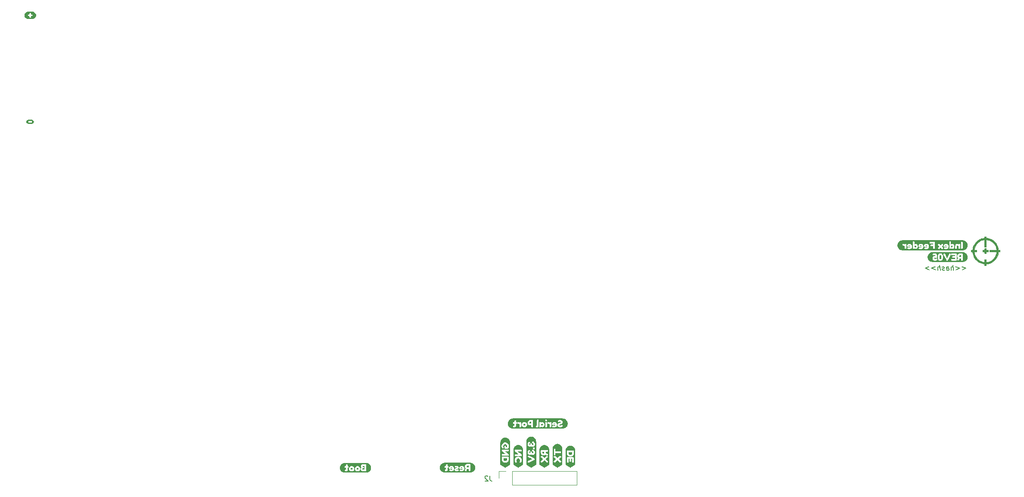
<source format=gbo>
G04 #@! TF.GenerationSoftware,KiCad,Pcbnew,(6.0.5)*
G04 #@! TF.CreationDate,2022-06-02T14:20:13-07:00*
G04 #@! TF.ProjectId,mobo,6d6f626f-2e6b-4696-9361-645f70636258,rev?*
G04 #@! TF.SameCoordinates,Original*
G04 #@! TF.FileFunction,Legend,Bot*
G04 #@! TF.FilePolarity,Positive*
%FSLAX46Y46*%
G04 Gerber Fmt 4.6, Leading zero omitted, Abs format (unit mm)*
G04 Created by KiCad (PCBNEW (6.0.5)) date 2022-06-02 14:20:13*
%MOMM*%
%LPD*%
G01*
G04 APERTURE LIST*
%ADD10C,0.150000*%
%ADD11C,0.120000*%
%ADD12C,0.010000*%
G04 APERTURE END LIST*
D10*
X191273214Y-61925714D02*
X192070833Y-62211428D01*
X191344642Y-62497142D01*
X190035119Y-61925714D02*
X190832738Y-62211428D01*
X190106547Y-62497142D01*
X189642261Y-62592380D02*
X189517261Y-61592380D01*
X189213690Y-62592380D02*
X189148214Y-62068571D01*
X189183928Y-61973333D01*
X189273214Y-61925714D01*
X189416071Y-61925714D01*
X189517261Y-61973333D01*
X189570833Y-62020952D01*
X188308928Y-62592380D02*
X188243452Y-62068571D01*
X188279166Y-61973333D01*
X188368452Y-61925714D01*
X188558928Y-61925714D01*
X188660119Y-61973333D01*
X188302976Y-62544761D02*
X188404166Y-62592380D01*
X188642261Y-62592380D01*
X188731547Y-62544761D01*
X188767261Y-62449523D01*
X188755357Y-62354285D01*
X188695833Y-62259047D01*
X188594642Y-62211428D01*
X188356547Y-62211428D01*
X188255357Y-62163809D01*
X187874404Y-62544761D02*
X187785119Y-62592380D01*
X187594642Y-62592380D01*
X187493452Y-62544761D01*
X187433928Y-62449523D01*
X187427976Y-62401904D01*
X187463690Y-62306666D01*
X187552976Y-62259047D01*
X187695833Y-62259047D01*
X187785119Y-62211428D01*
X187820833Y-62116190D01*
X187814880Y-62068571D01*
X187755357Y-61973333D01*
X187654166Y-61925714D01*
X187511309Y-61925714D01*
X187422023Y-61973333D01*
X187023214Y-62592380D02*
X186898214Y-61592380D01*
X186594642Y-62592380D02*
X186529166Y-62068571D01*
X186564880Y-61973333D01*
X186654166Y-61925714D01*
X186797023Y-61925714D01*
X186898214Y-61973333D01*
X186951785Y-62020952D01*
X186035119Y-61925714D02*
X185308928Y-62211428D01*
X186106547Y-62497142D01*
X184797023Y-61925714D02*
X184070833Y-62211428D01*
X184868452Y-62497142D01*
X98533333Y-103052380D02*
X98533333Y-103766666D01*
X98580952Y-103909523D01*
X98676190Y-104004761D01*
X98819047Y-104052380D01*
X98914285Y-104052380D01*
X98104761Y-103147619D02*
X98057142Y-103100000D01*
X97961904Y-103052380D01*
X97723809Y-103052380D01*
X97628571Y-103100000D01*
X97580952Y-103147619D01*
X97533333Y-103242857D01*
X97533333Y-103338095D01*
X97580952Y-103480952D01*
X98152380Y-104052380D01*
X97533333Y-104052380D01*
D11*
X102870000Y-102175000D02*
X102870000Y-104835000D01*
X102870000Y-104835000D02*
X115630000Y-104835000D01*
X102870000Y-102175000D02*
X115630000Y-102175000D01*
X100270000Y-102175000D02*
X100270000Y-103505000D01*
X115630000Y-102175000D02*
X115630000Y-104835000D01*
X101600000Y-102175000D02*
X100270000Y-102175000D01*
G36*
X196068329Y-58457805D02*
G01*
X196072278Y-58637722D01*
X196252195Y-58641671D01*
X196432111Y-58645621D01*
X196432111Y-58968490D01*
X196252195Y-58972439D01*
X196072278Y-58976389D01*
X196068329Y-59156305D01*
X196064379Y-59336222D01*
X195741510Y-59336222D01*
X195737561Y-59156305D01*
X195733611Y-58976389D01*
X195553695Y-58972439D01*
X195373778Y-58968490D01*
X195373778Y-58645621D01*
X195553695Y-58641671D01*
X195733611Y-58637722D01*
X195737561Y-58457805D01*
X195741510Y-58277889D01*
X196064379Y-58277889D01*
X196068329Y-58457805D01*
G37*
D12*
X196068329Y-58457805D02*
X196072278Y-58637722D01*
X196252195Y-58641671D01*
X196432111Y-58645621D01*
X196432111Y-58968490D01*
X196252195Y-58972439D01*
X196072278Y-58976389D01*
X196068329Y-59156305D01*
X196064379Y-59336222D01*
X195741510Y-59336222D01*
X195737561Y-59156305D01*
X195733611Y-58976389D01*
X195553695Y-58972439D01*
X195373778Y-58968490D01*
X195373778Y-58645621D01*
X195553695Y-58641671D01*
X195733611Y-58637722D01*
X195737561Y-58457805D01*
X195741510Y-58277889D01*
X196064379Y-58277889D01*
X196068329Y-58457805D01*
G36*
X198746333Y-58969333D02*
G01*
X198453898Y-58969333D01*
X198444212Y-59063869D01*
X198428088Y-59189220D01*
X198373979Y-59446466D01*
X198291950Y-59700019D01*
X198181950Y-59950055D01*
X198164798Y-59983980D01*
X198089202Y-60122416D01*
X198010411Y-60246713D01*
X197923183Y-60364049D01*
X197822275Y-60481603D01*
X197702443Y-60606554D01*
X197673235Y-60635514D01*
X197550580Y-60750619D01*
X197433702Y-60847982D01*
X197315423Y-60932848D01*
X197188563Y-61010460D01*
X197045945Y-61086061D01*
X196925868Y-61142570D01*
X196674160Y-61239083D01*
X196418849Y-61307649D01*
X196159759Y-61348323D01*
X196065222Y-61358008D01*
X196065222Y-61650444D01*
X195740667Y-61650444D01*
X195740667Y-61358008D01*
X195646131Y-61348323D01*
X195520780Y-61332199D01*
X195263534Y-61278089D01*
X195009981Y-61196061D01*
X194759945Y-61086061D01*
X194726020Y-61068909D01*
X194587584Y-60993312D01*
X194463287Y-60914522D01*
X194345951Y-60827294D01*
X194228397Y-60726386D01*
X194103446Y-60606554D01*
X194074486Y-60577345D01*
X193959381Y-60454691D01*
X193862018Y-60337813D01*
X193777152Y-60219534D01*
X193699540Y-60092674D01*
X193623939Y-59950055D01*
X193561764Y-59817208D01*
X193468523Y-59571033D01*
X193402341Y-59321009D01*
X193362465Y-59064583D01*
X193352601Y-58969333D01*
X193690658Y-58969333D01*
X193700365Y-59064583D01*
X193725176Y-59231326D01*
X193781093Y-59451808D01*
X193861861Y-59669873D01*
X193965763Y-59881651D01*
X194091078Y-60083270D01*
X194236088Y-60270858D01*
X194254537Y-60291964D01*
X194412967Y-60450645D01*
X194591569Y-60594146D01*
X194786294Y-60720343D01*
X194993091Y-60827114D01*
X195207910Y-60912335D01*
X195426702Y-60973883D01*
X195645417Y-61009635D01*
X195740667Y-61019342D01*
X195740667Y-60521555D01*
X196065222Y-60521555D01*
X196065222Y-61015444D01*
X196118139Y-61013523D01*
X196128287Y-61013125D01*
X196158682Y-61011303D01*
X196189620Y-61007910D01*
X196227880Y-61001925D01*
X196280237Y-60992329D01*
X196353468Y-60978102D01*
X196422554Y-60963106D01*
X196636165Y-60899390D01*
X196847055Y-60811383D01*
X197050543Y-60701804D01*
X197241950Y-60573377D01*
X197416596Y-60428821D01*
X197569801Y-60270858D01*
X197681704Y-60129766D01*
X197811907Y-59931165D01*
X197921111Y-59721475D01*
X198007594Y-59504567D01*
X198069639Y-59284313D01*
X198105524Y-59064583D01*
X198115231Y-58969333D01*
X196700222Y-58969333D01*
X196700222Y-58644778D01*
X198115231Y-58644778D01*
X198105524Y-58549528D01*
X198080713Y-58382784D01*
X198024796Y-58162303D01*
X197944028Y-57944238D01*
X197840126Y-57732460D01*
X197714811Y-57530841D01*
X197569801Y-57343253D01*
X197551352Y-57322147D01*
X197392922Y-57163466D01*
X197214320Y-57019965D01*
X197019595Y-56893767D01*
X196812798Y-56786997D01*
X196597979Y-56701776D01*
X196379187Y-56640228D01*
X196160472Y-56604476D01*
X196065222Y-56594769D01*
X196065222Y-58009778D01*
X195740667Y-58009778D01*
X195740667Y-56594769D01*
X195645417Y-56604476D01*
X195617818Y-56607509D01*
X195398869Y-56646651D01*
X195180357Y-56711319D01*
X194966331Y-56799391D01*
X194760841Y-56908743D01*
X194567937Y-57037253D01*
X194391669Y-57182797D01*
X194236088Y-57343253D01*
X194124186Y-57484345D01*
X193993982Y-57682946D01*
X193884778Y-57892636D01*
X193798295Y-58109544D01*
X193736251Y-58329798D01*
X193700365Y-58549528D01*
X193690658Y-58644778D01*
X194188445Y-58644778D01*
X194188445Y-58969333D01*
X193690658Y-58969333D01*
X193352601Y-58969333D01*
X193059556Y-58969333D01*
X193059556Y-58644778D01*
X193351992Y-58644778D01*
X193361677Y-58550241D01*
X193377801Y-58424891D01*
X193431911Y-58167644D01*
X193513939Y-57914092D01*
X193623939Y-57664055D01*
X193641091Y-57630130D01*
X193716688Y-57491694D01*
X193795478Y-57367398D01*
X193882706Y-57250062D01*
X193983614Y-57132508D01*
X194103446Y-57007557D01*
X194132655Y-56978597D01*
X194255309Y-56863492D01*
X194372187Y-56766129D01*
X194490466Y-56681262D01*
X194617326Y-56603651D01*
X194759945Y-56528050D01*
X194880021Y-56471540D01*
X195131730Y-56375028D01*
X195387040Y-56306461D01*
X195646131Y-56265788D01*
X195740667Y-56256102D01*
X195740667Y-55963667D01*
X196065222Y-55963667D01*
X196065222Y-56256102D01*
X196159759Y-56265788D01*
X196285109Y-56281912D01*
X196542356Y-56336021D01*
X196795908Y-56418050D01*
X197045945Y-56528050D01*
X197079870Y-56545202D01*
X197218306Y-56620798D01*
X197342602Y-56699589D01*
X197459938Y-56786817D01*
X197577492Y-56887725D01*
X197702443Y-57007557D01*
X197731403Y-57036765D01*
X197846508Y-57159420D01*
X197943871Y-57276298D01*
X198028738Y-57394577D01*
X198106349Y-57521437D01*
X198181950Y-57664055D01*
X198238460Y-57784132D01*
X198334972Y-58035840D01*
X198403539Y-58291151D01*
X198444212Y-58550241D01*
X198453898Y-58644778D01*
X198746333Y-58644778D01*
X198746333Y-58969333D01*
G37*
X198746333Y-58969333D02*
X198453898Y-58969333D01*
X198444212Y-59063869D01*
X198428088Y-59189220D01*
X198373979Y-59446466D01*
X198291950Y-59700019D01*
X198181950Y-59950055D01*
X198164798Y-59983980D01*
X198089202Y-60122416D01*
X198010411Y-60246713D01*
X197923183Y-60364049D01*
X197822275Y-60481603D01*
X197702443Y-60606554D01*
X197673235Y-60635514D01*
X197550580Y-60750619D01*
X197433702Y-60847982D01*
X197315423Y-60932848D01*
X197188563Y-61010460D01*
X197045945Y-61086061D01*
X196925868Y-61142570D01*
X196674160Y-61239083D01*
X196418849Y-61307649D01*
X196159759Y-61348323D01*
X196065222Y-61358008D01*
X196065222Y-61650444D01*
X195740667Y-61650444D01*
X195740667Y-61358008D01*
X195646131Y-61348323D01*
X195520780Y-61332199D01*
X195263534Y-61278089D01*
X195009981Y-61196061D01*
X194759945Y-61086061D01*
X194726020Y-61068909D01*
X194587584Y-60993312D01*
X194463287Y-60914522D01*
X194345951Y-60827294D01*
X194228397Y-60726386D01*
X194103446Y-60606554D01*
X194074486Y-60577345D01*
X193959381Y-60454691D01*
X193862018Y-60337813D01*
X193777152Y-60219534D01*
X193699540Y-60092674D01*
X193623939Y-59950055D01*
X193561764Y-59817208D01*
X193468523Y-59571033D01*
X193402341Y-59321009D01*
X193362465Y-59064583D01*
X193352601Y-58969333D01*
X193690658Y-58969333D01*
X193700365Y-59064583D01*
X193725176Y-59231326D01*
X193781093Y-59451808D01*
X193861861Y-59669873D01*
X193965763Y-59881651D01*
X194091078Y-60083270D01*
X194236088Y-60270858D01*
X194254537Y-60291964D01*
X194412967Y-60450645D01*
X194591569Y-60594146D01*
X194786294Y-60720343D01*
X194993091Y-60827114D01*
X195207910Y-60912335D01*
X195426702Y-60973883D01*
X195645417Y-61009635D01*
X195740667Y-61019342D01*
X195740667Y-60521555D01*
X196065222Y-60521555D01*
X196065222Y-61015444D01*
X196118139Y-61013523D01*
X196128287Y-61013125D01*
X196158682Y-61011303D01*
X196189620Y-61007910D01*
X196227880Y-61001925D01*
X196280237Y-60992329D01*
X196353468Y-60978102D01*
X196422554Y-60963106D01*
X196636165Y-60899390D01*
X196847055Y-60811383D01*
X197050543Y-60701804D01*
X197241950Y-60573377D01*
X197416596Y-60428821D01*
X197569801Y-60270858D01*
X197681704Y-60129766D01*
X197811907Y-59931165D01*
X197921111Y-59721475D01*
X198007594Y-59504567D01*
X198069639Y-59284313D01*
X198105524Y-59064583D01*
X198115231Y-58969333D01*
X196700222Y-58969333D01*
X196700222Y-58644778D01*
X198115231Y-58644778D01*
X198105524Y-58549528D01*
X198080713Y-58382784D01*
X198024796Y-58162303D01*
X197944028Y-57944238D01*
X197840126Y-57732460D01*
X197714811Y-57530841D01*
X197569801Y-57343253D01*
X197551352Y-57322147D01*
X197392922Y-57163466D01*
X197214320Y-57019965D01*
X197019595Y-56893767D01*
X196812798Y-56786997D01*
X196597979Y-56701776D01*
X196379187Y-56640228D01*
X196160472Y-56604476D01*
X196065222Y-56594769D01*
X196065222Y-58009778D01*
X195740667Y-58009778D01*
X195740667Y-56594769D01*
X195645417Y-56604476D01*
X195617818Y-56607509D01*
X195398869Y-56646651D01*
X195180357Y-56711319D01*
X194966331Y-56799391D01*
X194760841Y-56908743D01*
X194567937Y-57037253D01*
X194391669Y-57182797D01*
X194236088Y-57343253D01*
X194124186Y-57484345D01*
X193993982Y-57682946D01*
X193884778Y-57892636D01*
X193798295Y-58109544D01*
X193736251Y-58329798D01*
X193700365Y-58549528D01*
X193690658Y-58644778D01*
X194188445Y-58644778D01*
X194188445Y-58969333D01*
X193690658Y-58969333D01*
X193352601Y-58969333D01*
X193059556Y-58969333D01*
X193059556Y-58644778D01*
X193351992Y-58644778D01*
X193361677Y-58550241D01*
X193377801Y-58424891D01*
X193431911Y-58167644D01*
X193513939Y-57914092D01*
X193623939Y-57664055D01*
X193641091Y-57630130D01*
X193716688Y-57491694D01*
X193795478Y-57367398D01*
X193882706Y-57250062D01*
X193983614Y-57132508D01*
X194103446Y-57007557D01*
X194132655Y-56978597D01*
X194255309Y-56863492D01*
X194372187Y-56766129D01*
X194490466Y-56681262D01*
X194617326Y-56603651D01*
X194759945Y-56528050D01*
X194880021Y-56471540D01*
X195131730Y-56375028D01*
X195387040Y-56306461D01*
X195646131Y-56265788D01*
X195740667Y-56256102D01*
X195740667Y-55963667D01*
X196065222Y-55963667D01*
X196065222Y-56256102D01*
X196159759Y-56265788D01*
X196285109Y-56281912D01*
X196542356Y-56336021D01*
X196795908Y-56418050D01*
X197045945Y-56528050D01*
X197079870Y-56545202D01*
X197218306Y-56620798D01*
X197342602Y-56699589D01*
X197459938Y-56786817D01*
X197577492Y-56887725D01*
X197702443Y-57007557D01*
X197731403Y-57036765D01*
X197846508Y-57159420D01*
X197943871Y-57276298D01*
X198028738Y-57394577D01*
X198106349Y-57521437D01*
X198181950Y-57664055D01*
X198238460Y-57784132D01*
X198334972Y-58035840D01*
X198403539Y-58291151D01*
X198444212Y-58550241D01*
X198453898Y-58644778D01*
X198746333Y-58644778D01*
X198746333Y-58969333D01*
G36*
X7636315Y-33759038D02*
G01*
X7510238Y-33674796D01*
X7425996Y-33548718D01*
X7396793Y-33401905D01*
X7785193Y-33401905D01*
X7796623Y-33487630D01*
X7832818Y-33533350D01*
X7924258Y-33550495D01*
X8377648Y-33550495D01*
X8462420Y-33534779D01*
X8503378Y-33487630D01*
X8514808Y-33400000D01*
X8504330Y-33313322D01*
X8470993Y-33266650D01*
X8375743Y-33249505D01*
X7922353Y-33249505D01*
X7837104Y-33265697D01*
X7794718Y-33314275D01*
X7785193Y-33401905D01*
X7396793Y-33401905D01*
X7396414Y-33400000D01*
X7425996Y-33251282D01*
X7510238Y-33125204D01*
X7636315Y-33040962D01*
X7785034Y-33011380D01*
X8514966Y-33011380D01*
X8663685Y-33040962D01*
X8789762Y-33125204D01*
X8874004Y-33251282D01*
X8903586Y-33400000D01*
X8874004Y-33548718D01*
X8789762Y-33674796D01*
X8663685Y-33759038D01*
X8514966Y-33788620D01*
X7785034Y-33788620D01*
X7636315Y-33759038D01*
G37*
G36*
X7590591Y-13118228D02*
G01*
X7460867Y-13078877D01*
X7341314Y-13014974D01*
X7236524Y-12928975D01*
X7150525Y-12824185D01*
X7086622Y-12704631D01*
X7047271Y-12574908D01*
X7033984Y-12440000D01*
X7725657Y-12440000D01*
X7736135Y-12526678D01*
X7773282Y-12573350D01*
X7878057Y-12590495D01*
X8030457Y-12590495D01*
X8030457Y-12744800D01*
X8045697Y-12841955D01*
X8094275Y-12882913D01*
X8180953Y-12893390D01*
X8267630Y-12882913D01*
X8314303Y-12847670D01*
X8331448Y-12742895D01*
X8331448Y-12590495D01*
X8485753Y-12590495D01*
X8582908Y-12574303D01*
X8623865Y-12525725D01*
X8634343Y-12439047D01*
X8624818Y-12352370D01*
X8592433Y-12306650D01*
X8495278Y-12289505D01*
X8331448Y-12289505D01*
X8331448Y-12135200D01*
X8315255Y-12038045D01*
X8266678Y-11997087D01*
X8180000Y-11986610D01*
X8093322Y-11997087D01*
X8047602Y-12032330D01*
X8030457Y-12137105D01*
X8030457Y-12289505D01*
X7864722Y-12289505D01*
X7773282Y-12304745D01*
X7735182Y-12353322D01*
X7725657Y-12440000D01*
X7033984Y-12440000D01*
X7047271Y-12305092D01*
X7086622Y-12175369D01*
X7150525Y-12055815D01*
X7236524Y-11951025D01*
X7341314Y-11865026D01*
X7460867Y-11801123D01*
X7590591Y-11761772D01*
X7725499Y-11748485D01*
X8634501Y-11748485D01*
X8769409Y-11761772D01*
X8899133Y-11801123D01*
X9018686Y-11865026D01*
X9123476Y-11951025D01*
X9209475Y-12055815D01*
X9273378Y-12175369D01*
X9312729Y-12305092D01*
X9326016Y-12440000D01*
X9312729Y-12574908D01*
X9273378Y-12704631D01*
X9209475Y-12824185D01*
X9123476Y-12928975D01*
X9018686Y-13014974D01*
X8899133Y-13078877D01*
X8769409Y-13118228D01*
X8634501Y-13131515D01*
X7725499Y-13131515D01*
X7590591Y-13118228D01*
G37*
G36*
X105428735Y-92841915D02*
G01*
X105473026Y-92900732D01*
X105487790Y-92981933D01*
X105472550Y-93062895D01*
X105426830Y-93120998D01*
X105303005Y-93167670D01*
X105177275Y-93120045D01*
X105130126Y-93060990D01*
X105114410Y-92979075D01*
X105129174Y-92897636D01*
X105173465Y-92840010D01*
X105301100Y-92794290D01*
X105428735Y-92841915D01*
G37*
G36*
X108889168Y-92868585D02*
G01*
X108935840Y-92984790D01*
X108886310Y-93098138D01*
X108766295Y-93148620D01*
X108649138Y-93097185D01*
X108602465Y-92983838D01*
X108647233Y-92868585D01*
X108767248Y-92815245D01*
X108889168Y-92868585D01*
G37*
G36*
X111301850Y-92812388D02*
G01*
X111362810Y-92920020D01*
X111122780Y-92920020D01*
X111050390Y-92859060D01*
X111083728Y-92788575D01*
X111178978Y-92761905D01*
X111301850Y-92812388D01*
G37*
G36*
X112924823Y-91776066D02*
G01*
X113020799Y-91790302D01*
X113114917Y-91813878D01*
X113206271Y-91846565D01*
X113293981Y-91888049D01*
X113377203Y-91937930D01*
X113455135Y-91995728D01*
X113527027Y-92060887D01*
X113592185Y-92132779D01*
X113649984Y-92210710D01*
X113699865Y-92293932D01*
X113741349Y-92381643D01*
X113774036Y-92472997D01*
X113797611Y-92567115D01*
X113811848Y-92663091D01*
X113816609Y-92760000D01*
X113811848Y-92856909D01*
X113797611Y-92952885D01*
X113774036Y-93047003D01*
X113741349Y-93138357D01*
X113699865Y-93226068D01*
X113649984Y-93309290D01*
X113592185Y-93387221D01*
X113527027Y-93459113D01*
X113455135Y-93524272D01*
X113377203Y-93582070D01*
X113293981Y-93631951D01*
X113206271Y-93673435D01*
X113114917Y-93706122D01*
X113020799Y-93729698D01*
X112924823Y-93743934D01*
X112827914Y-93748695D01*
X103032086Y-93748695D01*
X102935177Y-93743934D01*
X102839201Y-93729698D01*
X102745083Y-93706122D01*
X102653729Y-93673435D01*
X102566019Y-93631951D01*
X102482797Y-93582070D01*
X102404865Y-93524272D01*
X102332973Y-93459113D01*
X102267815Y-93387221D01*
X102210016Y-93309290D01*
X102160135Y-93226068D01*
X102118651Y-93138357D01*
X102085964Y-93047003D01*
X102062389Y-92952885D01*
X102048152Y-92856909D01*
X102043391Y-92760000D01*
X102048152Y-92663091D01*
X102049601Y-92653320D01*
X103032245Y-92653320D01*
X103045104Y-92749999D01*
X103083680Y-92800005D01*
X103134162Y-92816198D01*
X103199885Y-92819055D01*
X103323710Y-92811435D01*
X103323710Y-93074325D01*
X103307517Y-93148620D01*
X103246557Y-93171480D01*
X103177977Y-93174338D01*
X103127495Y-93192435D01*
X103083680Y-93320070D01*
X103097015Y-93416749D01*
X103137020Y-93466755D01*
X103187502Y-93482948D01*
X103251320Y-93485805D01*
X103372817Y-93475857D01*
X103473147Y-93446012D01*
X103552310Y-93396270D01*
X103609460Y-93322822D01*
X103643750Y-93221857D01*
X103655180Y-93093375D01*
X103655180Y-92811435D01*
X103733285Y-92817150D01*
X103802817Y-92784765D01*
X103830440Y-92674275D01*
X103825958Y-92620935D01*
X103887590Y-92620935D01*
X103923785Y-92754285D01*
X104028560Y-92826675D01*
X104094282Y-92811435D01*
X104177150Y-92796195D01*
X104273352Y-92832390D01*
X104318120Y-92920020D01*
X104318120Y-93320070D01*
X104320977Y-93385793D01*
X104339075Y-93436275D01*
X104390510Y-93473423D01*
X104487665Y-93485805D01*
X104619110Y-93453420D01*
X104653400Y-93371505D01*
X104653400Y-92982885D01*
X104777225Y-92982885D01*
X104797704Y-93132189D01*
X104859140Y-93263872D01*
X104949866Y-93370553D01*
X105058212Y-93444848D01*
X105177513Y-93488424D01*
X105301100Y-93502950D01*
X105424925Y-93487472D01*
X105544940Y-93441038D01*
X105653763Y-93364361D01*
X105744012Y-93258158D01*
X105804734Y-93129332D01*
X105824975Y-92984790D01*
X105807195Y-92841280D01*
X105753855Y-92715550D01*
X105664955Y-92607600D01*
X105649481Y-92596170D01*
X105920225Y-92596170D01*
X105932607Y-92714042D01*
X105969755Y-92820008D01*
X106026429Y-92909781D01*
X106097390Y-92979075D01*
X106204070Y-93046808D01*
X106313290Y-93087448D01*
X106425050Y-93100995D01*
X106663175Y-93100995D01*
X106663175Y-93316260D01*
X106666032Y-93381983D01*
X106684130Y-93432465D01*
X106734612Y-93471041D01*
X106832720Y-93483900D01*
X106938447Y-93466279D01*
X106988930Y-93413415D01*
X106999701Y-93320070D01*
X107587100Y-93320070D01*
X107596625Y-93416749D01*
X107625200Y-93466755D01*
X107709020Y-93486758D01*
X107861420Y-93478185D01*
X107982388Y-93444371D01*
X108051920Y-93381030D01*
X108073340Y-93316260D01*
X108257660Y-93316260D01*
X108260518Y-93381983D01*
X108276710Y-93432465D01*
X108322668Y-93469613D01*
X108407203Y-93481995D01*
X108546268Y-93456278D01*
X108587225Y-93381030D01*
X108681284Y-93456754D01*
X108822493Y-93481995D01*
X108929702Y-93465273D01*
X109031619Y-93415108D01*
X109128245Y-93331500D01*
X109136712Y-93320070D01*
X109393040Y-93320070D01*
X109395898Y-93385793D01*
X109413995Y-93436275D01*
X109463049Y-93473423D01*
X109560680Y-93485805D01*
X109657359Y-93472946D01*
X109707365Y-93434370D01*
X109723558Y-93384840D01*
X109726415Y-93318165D01*
X109726415Y-92649510D01*
X109725173Y-92620935D01*
X109831190Y-92620935D01*
X109867385Y-92754285D01*
X109972160Y-92826675D01*
X110037883Y-92811435D01*
X110120750Y-92796195D01*
X110216953Y-92832390D01*
X110261720Y-92920020D01*
X110261720Y-93320070D01*
X110264578Y-93385793D01*
X110282675Y-93436275D01*
X110334110Y-93473423D01*
X110431265Y-93485805D01*
X110562710Y-93453420D01*
X110597000Y-93371505D01*
X110597000Y-92863823D01*
X110720825Y-92863823D01*
X110735351Y-92965740D01*
X110778928Y-93037178D01*
X110907515Y-93093375D01*
X111359000Y-93093375D01*
X111296135Y-93182910D01*
X111170405Y-93219105D01*
X111071821Y-93213390D01*
X110997050Y-93196245D01*
X110976095Y-93188625D01*
X110899895Y-93167670D01*
X110795120Y-93253395D01*
X110770355Y-93341025D01*
X110795715Y-93415201D01*
X110871796Y-93468184D01*
X110998598Y-93499973D01*
X111176120Y-93510570D01*
X111309232Y-93498426D01*
X111426628Y-93461993D01*
X111524021Y-93405557D01*
X111597125Y-93333405D01*
X111663800Y-93226513D01*
X111703805Y-93111578D01*
X111711563Y-93040035D01*
X111812390Y-93040035D01*
X111824773Y-93156478D01*
X111861920Y-93258158D01*
X111919070Y-93341739D01*
X111991460Y-93403890D01*
X112096658Y-93459982D01*
X112206513Y-93493637D01*
X112321025Y-93504855D01*
X112408179Y-93499378D01*
X112490570Y-93482948D01*
X112620110Y-93428655D01*
X112705835Y-93368648D01*
X112761080Y-93310545D01*
X112778225Y-93289590D01*
X112827755Y-93180053D01*
X112807276Y-93123617D01*
X112745840Y-93051465D01*
X112644875Y-93005745D01*
X112581058Y-93029558D01*
X112496285Y-93100995D01*
X112420085Y-93162908D01*
X112328645Y-93192435D01*
X112230220Y-93176348D01*
X112171165Y-93128088D01*
X112151480Y-93047655D01*
X112200058Y-92974313D01*
X112321025Y-92931450D01*
X112396273Y-92914067D01*
X112477235Y-92888588D01*
X112558198Y-92856441D01*
X112633445Y-92819055D01*
X112699882Y-92767382D01*
X112754413Y-92692372D01*
X112790846Y-92596884D01*
X112802990Y-92483775D01*
X112789126Y-92376777D01*
X112747533Y-92279305D01*
X112678213Y-92191357D01*
X112584973Y-92122037D01*
X112471626Y-92080444D01*
X112338170Y-92066580D01*
X112228871Y-92073962D01*
X112129573Y-92096107D01*
X111999080Y-92156115D01*
X111951455Y-92192310D01*
X111892400Y-92285655D01*
X111938120Y-92390430D01*
X112003842Y-92461867D01*
X112071470Y-92485680D01*
X112170530Y-92447580D01*
X112192438Y-92428530D01*
X112221965Y-92403765D01*
X112323883Y-92379000D01*
X112426753Y-92408527D01*
X112467710Y-92490442D01*
X112419133Y-92575215D01*
X112298165Y-92619030D01*
X112222441Y-92633556D01*
X112140050Y-92654272D01*
X112057659Y-92680704D01*
X111981935Y-92712375D01*
X111915498Y-92759286D01*
X111860968Y-92831438D01*
X111824534Y-92925973D01*
X111812390Y-93040035D01*
X111711563Y-93040035D01*
X111717140Y-92988600D01*
X111699889Y-92839269D01*
X111648137Y-92711317D01*
X111561883Y-92604742D01*
X111449805Y-92524838D01*
X111320583Y-92476896D01*
X111174215Y-92460915D01*
X111050628Y-92472583D01*
X110944663Y-92507588D01*
X110856318Y-92565928D01*
X110785595Y-92647605D01*
X110737018Y-92751189D01*
X110720825Y-92863823D01*
X110597000Y-92863823D01*
X110597000Y-92647605D01*
X110594143Y-92581882D01*
X110577950Y-92533305D01*
X110527468Y-92494729D01*
X110429360Y-92481870D01*
X110336491Y-92492824D01*
X110286485Y-92525685D01*
X110265530Y-92588550D01*
X110237908Y-92556165D01*
X110160755Y-92504730D01*
X110056933Y-92472345D01*
X109981685Y-92477107D01*
X109915010Y-92493300D01*
X109855003Y-92532352D01*
X109831190Y-92620935D01*
X109725173Y-92620935D01*
X109723558Y-92583787D01*
X109707365Y-92533305D01*
X109656883Y-92496157D01*
X109558775Y-92483775D01*
X109429235Y-92516160D01*
X109394945Y-92598075D01*
X109393040Y-92653320D01*
X109393040Y-93320070D01*
X109136712Y-93320070D01*
X109206562Y-93225773D01*
X109253552Y-93109250D01*
X109269215Y-92981933D01*
X109253446Y-92854721D01*
X109206138Y-92738516D01*
X109127293Y-92633317D01*
X109029608Y-92550238D01*
X108925786Y-92500391D01*
X108815825Y-92483775D01*
X108697715Y-92506635D01*
X108623420Y-92549497D01*
X108589130Y-92588550D01*
X108545791Y-92508540D01*
X108438635Y-92481870D01*
X108328145Y-92493300D01*
X108277663Y-92533305D01*
X108260518Y-92583787D01*
X108257660Y-92649510D01*
X108257660Y-93316260D01*
X108073340Y-93316260D01*
X108091925Y-93260062D01*
X108105260Y-93083850D01*
X108105260Y-92180880D01*
X109393040Y-92180880D01*
X109395898Y-92246603D01*
X109413043Y-92296132D01*
X109463525Y-92335185D01*
X109559728Y-92346615D01*
X109655930Y-92335185D01*
X109706413Y-92295180D01*
X109723558Y-92244697D01*
X109726415Y-92178975D01*
X109723558Y-92113252D01*
X109707365Y-92064675D01*
X109656883Y-92026099D01*
X109558775Y-92013240D01*
X109462573Y-92026099D01*
X109413995Y-92064675D01*
X109395898Y-92115157D01*
X109393040Y-92180880D01*
X108105260Y-92180880D01*
X108105260Y-92177070D01*
X108102403Y-92111347D01*
X108086210Y-92060865D01*
X108035728Y-92022289D01*
X107937620Y-92009430D01*
X107843322Y-92022289D01*
X107792840Y-92060865D01*
X107774742Y-92112300D01*
X107771885Y-92178975D01*
X107771885Y-93060990D01*
X107760455Y-93147668D01*
X107709972Y-93165765D01*
X107657585Y-93168623D01*
X107625200Y-93184815D01*
X107587100Y-93320070D01*
X106999701Y-93320070D01*
X107000360Y-93314355D01*
X107000360Y-92257080D01*
X106997502Y-92191357D01*
X106979405Y-92140875D01*
X106928922Y-92102299D01*
X106830815Y-92089440D01*
X106423145Y-92089440D01*
X106312443Y-92102987D01*
X106203858Y-92143627D01*
X106097390Y-92211360D01*
X106026429Y-92280892D01*
X105969755Y-92371380D01*
X105932607Y-92478060D01*
X105920225Y-92596170D01*
X105649481Y-92596170D01*
X105553195Y-92525050D01*
X105431275Y-92475520D01*
X105299195Y-92459010D01*
X105167327Y-92475414D01*
X105046042Y-92524627D01*
X104935340Y-92606647D01*
X104847498Y-92714068D01*
X104794793Y-92839481D01*
X104777225Y-92982885D01*
X104653400Y-92982885D01*
X104653400Y-92647605D01*
X104650542Y-92581882D01*
X104634350Y-92533305D01*
X104583867Y-92494729D01*
X104485760Y-92481870D01*
X104392891Y-92492824D01*
X104342885Y-92525685D01*
X104321930Y-92588550D01*
X104294307Y-92556165D01*
X104217155Y-92504730D01*
X104113332Y-92472345D01*
X104038085Y-92477107D01*
X103971410Y-92493300D01*
X103911402Y-92532352D01*
X103887590Y-92620935D01*
X103825958Y-92620935D01*
X103820915Y-92560927D01*
X103794245Y-92510445D01*
X103718045Y-92485680D01*
X103655180Y-92493300D01*
X103655180Y-92297085D01*
X103652322Y-92232315D01*
X103634225Y-92186595D01*
X103585171Y-92150876D01*
X103487540Y-92138970D01*
X103384194Y-92156591D01*
X103333235Y-92209455D01*
X103323710Y-92306610D01*
X103323710Y-92493300D01*
X103197027Y-92485680D01*
X103132257Y-92488537D01*
X103081775Y-92506635D01*
X103044627Y-92555689D01*
X103032245Y-92653320D01*
X102049601Y-92653320D01*
X102062389Y-92567115D01*
X102085964Y-92472997D01*
X102118651Y-92381643D01*
X102160135Y-92293932D01*
X102210016Y-92210710D01*
X102267815Y-92132779D01*
X102332973Y-92060887D01*
X102404865Y-91995728D01*
X102482797Y-91937930D01*
X102566019Y-91888049D01*
X102653729Y-91846565D01*
X102745083Y-91813878D01*
X102839201Y-91790302D01*
X102935177Y-91776066D01*
X103032086Y-91771305D01*
X112827914Y-91771305D01*
X112924823Y-91776066D01*
G37*
G36*
X106663175Y-92763810D02*
G01*
X106423145Y-92763810D01*
X106310750Y-92721900D01*
X106255505Y-92596170D01*
X106310750Y-92469487D01*
X106425050Y-92426625D01*
X106663175Y-92426625D01*
X106663175Y-92763810D01*
G37*
G36*
X113407253Y-97959423D02*
G01*
X113420749Y-97868440D01*
X113443098Y-97779218D01*
X113474085Y-97692617D01*
X113513410Y-97609469D01*
X113560697Y-97530577D01*
X113615488Y-97456699D01*
X113677257Y-97388548D01*
X113745409Y-97326779D01*
X113819286Y-97271987D01*
X113898179Y-97224701D01*
X113981326Y-97185375D01*
X114067928Y-97154389D01*
X114157150Y-97132040D01*
X114248132Y-97118544D01*
X114340000Y-97114031D01*
X114431868Y-97118544D01*
X114522850Y-97132040D01*
X114612072Y-97154389D01*
X114698674Y-97185375D01*
X114781821Y-97224701D01*
X114860714Y-97271987D01*
X114934591Y-97326779D01*
X115002743Y-97388548D01*
X115064512Y-97456699D01*
X115119303Y-97530577D01*
X115166590Y-97609469D01*
X115205915Y-97692617D01*
X115236902Y-97779218D01*
X115259251Y-97868440D01*
X115272747Y-97959423D01*
X115277260Y-98051291D01*
X115277260Y-100881009D01*
X114340000Y-101505849D01*
X113402740Y-100881009D01*
X113402740Y-100316494D01*
X113642770Y-100316494D01*
X113645627Y-100382217D01*
X113663725Y-100432699D01*
X113714207Y-100471276D01*
X113812315Y-100484134D01*
X113918042Y-100466513D01*
X113968525Y-100413649D01*
X113979955Y-100314589D01*
X113979955Y-99729754D01*
X114172360Y-99729754D01*
X114172360Y-100106944D01*
X114175217Y-100172667D01*
X114193315Y-100223149D01*
X114243797Y-100261726D01*
X114341905Y-100274584D01*
X114447633Y-100256487D01*
X114498115Y-100202194D01*
X114509545Y-100103134D01*
X114509545Y-99729754D01*
X114701950Y-99729754D01*
X114701950Y-100316494D01*
X114704808Y-100382217D01*
X114722905Y-100432699D01*
X114773388Y-100471276D01*
X114871495Y-100484134D01*
X114977223Y-100466513D01*
X115027705Y-100413649D01*
X115039135Y-100314589D01*
X115039135Y-99560209D01*
X115021038Y-99454482D01*
X114966745Y-99403999D01*
X114869590Y-99392569D01*
X113810410Y-99392569D01*
X113678012Y-99428764D01*
X113642770Y-99565924D01*
X113642770Y-100316494D01*
X113402740Y-100316494D01*
X113402740Y-98220994D01*
X113640865Y-98220994D01*
X113642770Y-98573419D01*
X113655212Y-98707365D01*
X113692538Y-98832976D01*
X113754748Y-98950252D01*
X113841842Y-99059194D01*
X113947094Y-99150872D01*
X114063775Y-99216357D01*
X114191886Y-99255647D01*
X114331427Y-99268744D01*
X114471505Y-99255945D01*
X114601223Y-99217547D01*
X114720583Y-99153551D01*
X114829585Y-99063957D01*
X114920430Y-98956146D01*
X114985319Y-98837500D01*
X115024252Y-98708020D01*
X115037230Y-98567704D01*
X115037230Y-98219089D01*
X115025324Y-98124792D01*
X114989605Y-98074309D01*
X114867685Y-98051449D01*
X113808505Y-98051449D01*
X113741830Y-98054307D01*
X113692300Y-98072404D01*
X113653724Y-98122887D01*
X113640865Y-98220994D01*
X113402740Y-98220994D01*
X113402740Y-98051291D01*
X113407253Y-97959423D01*
G37*
G36*
X114700045Y-98573419D02*
G01*
X114674566Y-98703912D01*
X114598128Y-98821069D01*
X114483113Y-98903937D01*
X114341905Y-98931559D01*
X114200221Y-98904651D01*
X114083777Y-98823927D01*
X114005911Y-98707007D01*
X113979955Y-98571514D01*
X113979955Y-98388634D01*
X114700045Y-98388634D01*
X114700045Y-98573419D01*
G37*
G36*
X110832425Y-97624703D02*
G01*
X110846305Y-97531132D01*
X110869290Y-97439371D01*
X110901158Y-97350305D01*
X110941603Y-97264792D01*
X110990234Y-97183654D01*
X111046585Y-97107674D01*
X111110112Y-97037584D01*
X111180202Y-96974057D01*
X111256182Y-96917707D01*
X111337320Y-96869075D01*
X111422833Y-96828630D01*
X111511899Y-96796762D01*
X111603660Y-96773777D01*
X111697231Y-96759897D01*
X111791713Y-96755255D01*
X111886195Y-96759897D01*
X111979766Y-96773777D01*
X112071527Y-96796762D01*
X112160593Y-96828630D01*
X112246106Y-96869075D01*
X112327244Y-96917707D01*
X112403224Y-96974057D01*
X112473314Y-97037584D01*
X112536841Y-97107674D01*
X112593192Y-97183654D01*
X112641823Y-97264792D01*
X112682268Y-97350305D01*
X112714136Y-97439371D01*
X112737121Y-97531132D01*
X112751001Y-97624703D01*
X112755643Y-97719185D01*
X112755643Y-100863229D01*
X111791713Y-101505849D01*
X110827783Y-100863229D01*
X110827783Y-100269186D01*
X111065908Y-100269186D01*
X111132583Y-100392059D01*
X111250693Y-100466354D01*
X111370708Y-100401584D01*
X111791713Y-100018679D01*
X112212718Y-100401584D01*
X112334638Y-100466354D01*
X112450843Y-100393011D01*
X112517518Y-100269186D01*
X112441318Y-100152029D01*
X112026028Y-99790079D01*
X112441318Y-99428129D01*
X112517518Y-99310971D01*
X112449891Y-99187146D01*
X112334638Y-99111899D01*
X112212718Y-99178574D01*
X111791713Y-99561479D01*
X111370708Y-99178574D01*
X111250693Y-99111899D01*
X111133535Y-99186194D01*
X111065908Y-99310971D01*
X111142108Y-99428129D01*
X111557398Y-99790079D01*
X111142108Y-100152029D01*
X111065908Y-100269186D01*
X110827783Y-100269186D01*
X110827783Y-98917589D01*
X111100198Y-98917589D01*
X111114485Y-99007124D01*
X111159253Y-99045224D01*
X111239263Y-99054749D01*
X111318320Y-99045224D01*
X111359278Y-99012839D01*
X111376423Y-98915684D01*
X111376423Y-98551829D01*
X112334638Y-98551829D01*
X112399408Y-98548971D01*
X112447986Y-98531826D01*
X112487038Y-98481344D01*
X112498468Y-98386094D01*
X112487038Y-98291796D01*
X112447986Y-98242266D01*
X112398456Y-98225121D01*
X112332733Y-98222264D01*
X111376423Y-98222264D01*
X111376423Y-97856504D01*
X111362135Y-97766969D01*
X111317368Y-97728869D01*
X111237358Y-97719344D01*
X111158300Y-97728869D01*
X111117343Y-97761254D01*
X111100198Y-97858409D01*
X111100198Y-98917589D01*
X110827783Y-98917589D01*
X110827783Y-97719185D01*
X110832425Y-97624703D01*
G37*
G36*
X108257472Y-97862829D02*
G01*
X108271352Y-97769257D01*
X108294337Y-97677497D01*
X108326205Y-97588431D01*
X108366650Y-97502917D01*
X108415281Y-97421780D01*
X108471632Y-97345800D01*
X108535159Y-97275709D01*
X108605249Y-97212183D01*
X108681229Y-97155832D01*
X108762367Y-97107200D01*
X108847880Y-97066755D01*
X108936946Y-97034887D01*
X109028707Y-97011902D01*
X109122278Y-96998022D01*
X109216760Y-96993381D01*
X109311242Y-96998022D01*
X109404813Y-97011902D01*
X109496574Y-97034887D01*
X109585640Y-97066755D01*
X109671153Y-97107200D01*
X109752291Y-97155832D01*
X109828271Y-97212183D01*
X109898361Y-97275709D01*
X109961888Y-97345800D01*
X110018239Y-97421780D01*
X110066870Y-97502917D01*
X110107315Y-97588431D01*
X110139183Y-97677497D01*
X110162168Y-97769257D01*
X110176048Y-97862829D01*
X110180690Y-97957311D01*
X110180690Y-100863229D01*
X109216760Y-101505849D01*
X108252830Y-100863229D01*
X108252830Y-100269187D01*
X108490955Y-100269187D01*
X108557630Y-100392059D01*
X108675740Y-100466354D01*
X108795755Y-100401584D01*
X109216760Y-100018679D01*
X109637765Y-100401584D01*
X109759685Y-100466354D01*
X109875890Y-100393012D01*
X109942565Y-100269187D01*
X109866365Y-100152029D01*
X109451075Y-99790079D01*
X109866365Y-99428129D01*
X109942565Y-99310972D01*
X109874938Y-99187147D01*
X109759685Y-99111899D01*
X109637765Y-99178574D01*
X109216760Y-99561479D01*
X108795755Y-99178574D01*
X108675740Y-99111899D01*
X108558582Y-99186194D01*
X108490955Y-99310972D01*
X108567155Y-99428129D01*
X108982445Y-99790079D01*
X108567155Y-100152029D01*
X108490955Y-100269187D01*
X108252830Y-100269187D01*
X108252830Y-98538494D01*
X108527150Y-98538494D01*
X108540697Y-98649196D01*
X108581337Y-98757781D01*
X108649070Y-98864249D01*
X108718602Y-98933782D01*
X108809090Y-98989979D01*
X108915770Y-99027127D01*
X109033880Y-99039509D01*
X109168923Y-99023634D01*
X109287033Y-98976009D01*
X109388210Y-98896634D01*
X109466315Y-98929654D01*
X109566010Y-98972834D01*
X109687295Y-99026174D01*
X109786355Y-99054749D01*
X109853030Y-99025222D01*
X109908275Y-98936639D01*
X109934945Y-98838532D01*
X109916848Y-98777572D01*
X109879700Y-98742329D01*
X109825302Y-98717353D01*
X109710367Y-98667823D01*
X109534895Y-98593739D01*
X109538705Y-98534684D01*
X109538705Y-98294654D01*
X109753970Y-98294654D01*
X109819693Y-98291797D01*
X109870175Y-98273699D01*
X109908751Y-98223217D01*
X109921610Y-98125109D01*
X109903989Y-98019382D01*
X109851125Y-97968899D01*
X109752065Y-97957469D01*
X108694790Y-97957469D01*
X108629067Y-97960327D01*
X108578585Y-97978424D01*
X108540009Y-98028907D01*
X108527150Y-98127014D01*
X108527150Y-98538494D01*
X108252830Y-98538494D01*
X108252830Y-97957311D01*
X108257472Y-97862829D01*
G37*
G36*
X109201520Y-98538494D02*
G01*
X109159610Y-98648984D01*
X109033880Y-98704229D01*
X108907197Y-98648984D01*
X108864335Y-98534684D01*
X108864335Y-98294654D01*
X109201520Y-98294654D01*
X109201520Y-98538494D01*
G37*
G36*
X105692020Y-96191976D02*
G01*
X105705832Y-96098866D01*
X105728703Y-96007559D01*
X105760414Y-95918933D01*
X105800659Y-95833842D01*
X105849050Y-95753105D01*
X105905122Y-95677501D01*
X105968335Y-95607757D01*
X106038080Y-95544544D01*
X106113684Y-95488472D01*
X106194421Y-95440080D01*
X106279511Y-95399835D01*
X106368137Y-95368124D01*
X106459445Y-95345253D01*
X106552554Y-95331442D01*
X106646569Y-95326823D01*
X106740584Y-95331442D01*
X106833693Y-95345253D01*
X106925001Y-95368124D01*
X107013627Y-95399835D01*
X107098717Y-95440080D01*
X107179454Y-95488472D01*
X107255058Y-95544544D01*
X107324803Y-95607757D01*
X107388016Y-95677501D01*
X107444088Y-95753105D01*
X107492479Y-95833842D01*
X107532724Y-95918933D01*
X107564435Y-96007559D01*
X107587306Y-96098866D01*
X107601118Y-96191976D01*
X107605737Y-96285990D01*
X107605737Y-100866404D01*
X106646569Y-101505849D01*
X105687401Y-100866404D01*
X105687401Y-100244739D01*
X105935051Y-100244739D01*
X105967436Y-100357134D01*
X106025539Y-100441430D01*
X106089356Y-100469529D01*
X106180796Y-100440954D01*
X107247597Y-99915174D01*
X107315224Y-99851357D01*
X107340942Y-99762774D01*
X107340942Y-99743724D01*
X107315224Y-99653237D01*
X107247597Y-99589419D01*
X106180796Y-99063639D01*
X106089356Y-99035064D01*
X106025539Y-99063163D01*
X105967436Y-99147459D01*
X105935051Y-99243662D01*
X105942671Y-99294144D01*
X105969341Y-99326529D01*
X106019824Y-99357962D01*
X106073164Y-99383441D01*
X106177939Y-99431304D01*
X106312480Y-99492502D01*
X106455116Y-99557987D01*
X106597753Y-99623709D01*
X106732294Y-99685622D01*
X106833973Y-99732532D01*
X106878027Y-99753249D01*
X106043636Y-100134249D01*
X105986486Y-100160919D01*
X105935051Y-100244739D01*
X105687401Y-100244739D01*
X105687401Y-98423559D01*
X105925526Y-98423559D01*
X105940343Y-98568762D01*
X105984793Y-98691952D01*
X106058876Y-98793129D01*
X106151481Y-98868271D01*
X106251493Y-98913356D01*
X106358914Y-98928384D01*
X106459773Y-98911874D01*
X106540101Y-98862344D01*
X106599896Y-98779794D01*
X106613231Y-98779794D01*
X106654189Y-98835992D01*
X106716102Y-98895999D01*
X106801827Y-98943148D01*
X106898981Y-98958864D01*
X107026934Y-98941931D01*
X107139012Y-98891131D01*
X107235214Y-98806464D01*
X107308768Y-98696186D01*
X107352901Y-98568551D01*
X107367612Y-98423559D01*
X107352795Y-98279626D01*
X107308345Y-98152626D01*
X107234262Y-98042559D01*
X107174730Y-97988743D01*
X107099007Y-97941594D01*
X107049477Y-97920639D01*
X107030427Y-97916829D01*
X106927557Y-97895874D01*
X106844689Y-97942547D01*
X106817067Y-98082564D01*
X106836117Y-98183529D01*
X106935177Y-98240679D01*
X107026617Y-98345454D01*
X107038047Y-98425464D01*
X107027807Y-98513094D01*
X106997089Y-98574054D01*
X106904697Y-98621679D01*
X106814209Y-98575007D01*
X106775157Y-98464517D01*
X106771347Y-98377839D01*
X106752297Y-98328309D01*
X106703243Y-98289733D01*
X106605611Y-98276874D01*
X106499408Y-98294495D01*
X106447496Y-98347359D01*
X106437971Y-98446419D01*
X106419398Y-98555004D01*
X106363676Y-98591199D01*
X106287476Y-98553099D01*
X106251281Y-98447372D01*
X106274141Y-98339739D01*
X106319861Y-98290209D01*
X106342721Y-98278779D01*
X106414159Y-98225439D01*
X106437971Y-98153049D01*
X106403681Y-98048274D01*
X106344150Y-97976837D01*
X106276046Y-97953024D01*
X106146507Y-97996839D01*
X106086499Y-98038749D01*
X106011251Y-98117807D01*
X105952196Y-98243537D01*
X105932194Y-98329023D01*
X105925526Y-98423559D01*
X105687401Y-98423559D01*
X105687401Y-97609172D01*
X106988517Y-97609172D01*
X106998518Y-97706565D01*
X107028522Y-97768239D01*
X107161872Y-97800624D01*
X107169491Y-97800624D01*
X107237119Y-97797767D01*
X107289507Y-97777764D01*
X107330940Y-97727520D01*
X107344752Y-97633937D01*
X107335703Y-97538210D01*
X107308557Y-97481537D01*
X107171397Y-97444389D01*
X107163777Y-97444389D01*
X107097102Y-97447247D01*
X107045667Y-97465344D01*
X107002804Y-97515588D01*
X106988517Y-97609172D01*
X105687401Y-97609172D01*
X105687401Y-96813834D01*
X105925526Y-96813834D01*
X105940343Y-96959037D01*
X105984793Y-97082227D01*
X106058876Y-97183404D01*
X106151481Y-97258546D01*
X106251493Y-97303631D01*
X106358914Y-97318659D01*
X106459773Y-97302149D01*
X106540101Y-97252619D01*
X106599896Y-97170069D01*
X106613231Y-97170069D01*
X106654189Y-97226267D01*
X106716102Y-97286274D01*
X106801827Y-97333423D01*
X106898981Y-97349139D01*
X107026934Y-97332206D01*
X107139012Y-97281406D01*
X107235214Y-97196739D01*
X107308768Y-97086461D01*
X107352901Y-96958826D01*
X107367612Y-96813834D01*
X107352795Y-96669901D01*
X107308345Y-96542901D01*
X107234262Y-96432834D01*
X107174730Y-96379018D01*
X107099007Y-96331869D01*
X107049477Y-96310914D01*
X107030427Y-96307104D01*
X106927557Y-96286149D01*
X106844689Y-96332822D01*
X106817067Y-96472839D01*
X106836117Y-96573804D01*
X106935177Y-96630954D01*
X107026617Y-96735729D01*
X107038047Y-96815739D01*
X107027807Y-96903369D01*
X106997089Y-96964329D01*
X106904697Y-97011954D01*
X106814209Y-96965282D01*
X106775157Y-96854792D01*
X106771347Y-96768114D01*
X106752297Y-96718584D01*
X106703243Y-96680008D01*
X106605611Y-96667149D01*
X106499408Y-96684770D01*
X106447496Y-96737634D01*
X106437971Y-96836694D01*
X106419398Y-96945279D01*
X106363676Y-96981474D01*
X106287476Y-96943374D01*
X106251281Y-96837647D01*
X106274141Y-96730014D01*
X106319861Y-96680484D01*
X106342721Y-96669054D01*
X106414159Y-96615714D01*
X106437971Y-96543324D01*
X106403681Y-96438549D01*
X106344150Y-96367112D01*
X106276046Y-96343299D01*
X106146507Y-96387114D01*
X106086499Y-96429024D01*
X106011251Y-96508082D01*
X105952196Y-96633812D01*
X105932194Y-96719298D01*
X105925526Y-96813834D01*
X105687401Y-96813834D01*
X105687401Y-96285990D01*
X105692020Y-96191976D01*
G37*
G36*
X103139895Y-97839184D02*
G01*
X103153610Y-97746722D01*
X103176322Y-97656049D01*
X103207813Y-97568039D01*
X103247778Y-97483540D01*
X103295833Y-97403364D01*
X103351516Y-97328286D01*
X103414289Y-97259026D01*
X103483548Y-97196253D01*
X103558627Y-97140570D01*
X103638803Y-97092515D01*
X103723302Y-97052550D01*
X103811312Y-97021059D01*
X103901984Y-96998347D01*
X103994447Y-96984632D01*
X104087808Y-96980045D01*
X104181169Y-96984632D01*
X104273632Y-96998347D01*
X104364304Y-97021059D01*
X104452314Y-97052550D01*
X104536813Y-97092515D01*
X104616989Y-97140570D01*
X104692068Y-97196253D01*
X104761327Y-97259026D01*
X104824100Y-97328286D01*
X104879783Y-97403364D01*
X104927838Y-97483540D01*
X104967803Y-97568039D01*
X104999294Y-97656049D01*
X105022006Y-97746722D01*
X105035721Y-97839184D01*
X105040308Y-97932545D01*
X105040308Y-100870849D01*
X104087808Y-101505849D01*
X103135308Y-100870849D01*
X103135308Y-100003439D01*
X103373433Y-100003439D01*
X103380339Y-100093688D01*
X103401055Y-100185366D01*
X103457253Y-100325384D01*
X103483923Y-100371104D01*
X103518213Y-100424444D01*
X103608700Y-100473974D01*
X103714428Y-100433969D01*
X103791580Y-100363484D01*
X103817298Y-100300619D01*
X103775388Y-100203464D01*
X103726810Y-100110119D01*
X103710618Y-99990104D01*
X103732049Y-99867231D01*
X103796343Y-99746264D01*
X103914453Y-99651014D01*
X103995654Y-99622439D01*
X104086855Y-99612914D01*
X104178057Y-99622439D01*
X104259258Y-99651014D01*
X104379273Y-99748169D01*
X104442138Y-99866755D01*
X104463093Y-99990104D01*
X104447853Y-100101546D01*
X104417373Y-100176794D01*
X104392608Y-100211084D01*
X104354508Y-100302524D01*
X104381178Y-100363960D01*
X104461188Y-100430159D01*
X104567868Y-100472069D01*
X104634543Y-100446351D01*
X104682168Y-100386344D01*
X104722173Y-100320621D01*
X104771703Y-100192034D01*
X104794563Y-100096546D01*
X104802183Y-100004391D01*
X104796230Y-99913428D01*
X104778371Y-99821511D01*
X104746462Y-99727690D01*
X104698361Y-99631011D01*
X104635972Y-99537905D01*
X104561201Y-99454799D01*
X104468808Y-99383600D01*
X104353556Y-99326211D01*
X104221396Y-99288350D01*
X104078283Y-99275729D01*
X103936599Y-99288111D01*
X103808725Y-99325259D01*
X103698235Y-99381695D01*
X103608700Y-99451941D01*
X103536072Y-99534571D01*
X103476303Y-99628154D01*
X103419153Y-99752826D01*
X103384863Y-99877921D01*
X103373433Y-100003439D01*
X103135308Y-100003439D01*
X103135308Y-98979501D01*
X103388673Y-98979501D01*
X103398198Y-99067131D01*
X103421058Y-99116661D01*
X103461063Y-99140474D01*
X103558218Y-99151904D01*
X104615493Y-99151904D01*
X104682168Y-99149046D01*
X104731698Y-99130949D01*
X104770274Y-99080466D01*
X104783133Y-98982359D01*
X104771703Y-98879489D01*
X104735508Y-98831864D01*
X104556015Y-98697138D01*
X104398535Y-98578711D01*
X104263068Y-98476581D01*
X104149615Y-98390751D01*
X104058175Y-98321218D01*
X103988748Y-98267984D01*
X104615493Y-98267984D01*
X104682168Y-98265126D01*
X104731698Y-98247029D01*
X104770274Y-98196546D01*
X104783133Y-98098439D01*
X104770274Y-98003189D01*
X104731698Y-97953659D01*
X104680263Y-97935561D01*
X104613588Y-97932704D01*
X103550598Y-97932704D01*
X103444870Y-97950801D01*
X103400103Y-98005094D01*
X103388673Y-98098439D01*
X103399150Y-98188926D01*
X103422963Y-98235599D01*
X103472493Y-98279414D01*
X103644419Y-98405991D01*
X103795708Y-98517751D01*
X103926359Y-98614694D01*
X104036373Y-98696821D01*
X104125749Y-98764131D01*
X104194488Y-98816624D01*
X103550598Y-98816624D01*
X103444870Y-98834721D01*
X103400103Y-98889014D01*
X103388673Y-98979501D01*
X103135308Y-98979501D01*
X103135308Y-97932545D01*
X103139895Y-97839184D01*
G37*
G36*
X100576399Y-96398444D02*
G01*
X100590197Y-96305427D01*
X100613045Y-96214210D01*
X100644725Y-96125673D01*
X100684930Y-96040666D01*
X100733273Y-95960010D01*
X100789290Y-95884480D01*
X100852440Y-95814805D01*
X100922115Y-95751655D01*
X100997644Y-95695639D01*
X101078301Y-95647295D01*
X101163307Y-95607090D01*
X101251845Y-95575411D01*
X101343062Y-95552562D01*
X101436079Y-95538765D01*
X101530000Y-95534151D01*
X101623921Y-95538765D01*
X101716938Y-95552562D01*
X101808155Y-95575411D01*
X101896693Y-95607090D01*
X101981699Y-95647295D01*
X102062356Y-95695639D01*
X102137885Y-95751655D01*
X102207560Y-95814805D01*
X102270710Y-95884480D01*
X102326727Y-95960010D01*
X102375070Y-96040666D01*
X102415275Y-96125673D01*
X102446955Y-96214210D01*
X102469803Y-96305427D01*
X102483601Y-96398444D01*
X102488215Y-96492366D01*
X102488215Y-100867039D01*
X101530000Y-101505849D01*
X100571785Y-100867039D01*
X100571785Y-99422414D01*
X100832770Y-99422414D01*
X100834675Y-99774839D01*
X100847117Y-99908785D01*
X100884443Y-100034396D01*
X100946653Y-100151672D01*
X101033747Y-100260614D01*
X101138999Y-100352293D01*
X101255680Y-100417777D01*
X101383791Y-100457068D01*
X101523332Y-100470164D01*
X101663410Y-100457365D01*
X101793128Y-100418968D01*
X101912488Y-100354971D01*
X102021490Y-100265377D01*
X102112335Y-100157566D01*
X102177224Y-100038920D01*
X102216157Y-99909440D01*
X102229135Y-99769124D01*
X102229135Y-99420509D01*
X102217229Y-99326212D01*
X102181510Y-99275729D01*
X102059590Y-99252869D01*
X101000410Y-99252869D01*
X100933735Y-99255727D01*
X100884205Y-99273824D01*
X100845629Y-99324307D01*
X100832770Y-99422414D01*
X100571785Y-99422414D01*
X100571785Y-98928067D01*
X100836580Y-98928067D01*
X100846105Y-99015697D01*
X100868965Y-99065227D01*
X100908970Y-99089039D01*
X101006125Y-99100469D01*
X102063400Y-99100469D01*
X102130075Y-99097612D01*
X102179605Y-99079514D01*
X102218181Y-99029032D01*
X102231040Y-98930924D01*
X102219610Y-98828054D01*
X102183415Y-98780429D01*
X102003922Y-98645704D01*
X101846442Y-98527276D01*
X101710975Y-98425147D01*
X101597522Y-98339316D01*
X101506082Y-98269784D01*
X101436655Y-98216549D01*
X102063400Y-98216549D01*
X102130075Y-98213692D01*
X102179605Y-98195594D01*
X102218181Y-98145112D01*
X102231040Y-98047004D01*
X102218181Y-97951754D01*
X102179605Y-97902224D01*
X102128170Y-97884127D01*
X102061495Y-97881269D01*
X100998505Y-97881269D01*
X100892777Y-97899367D01*
X100848010Y-97953659D01*
X100836580Y-98047004D01*
X100847057Y-98137492D01*
X100870870Y-98184164D01*
X100920400Y-98227979D01*
X101092326Y-98354556D01*
X101243615Y-98466316D01*
X101374266Y-98563259D01*
X101484280Y-98645386D01*
X101573656Y-98712696D01*
X101642395Y-98765189D01*
X100998505Y-98765189D01*
X100892777Y-98783287D01*
X100848010Y-98837579D01*
X100836580Y-98928067D01*
X100571785Y-98928067D01*
X100571785Y-97208804D01*
X100809910Y-97208804D01*
X100826420Y-97355913D01*
X100875950Y-97497518D01*
X100958500Y-97633619D01*
X101043272Y-97685054D01*
X101150905Y-97641239D01*
X101226629Y-97570278D01*
X101251870Y-97505984D01*
X101199482Y-97389779D01*
X101160192Y-97302149D01*
X101147095Y-97199279D01*
X101172574Y-97062596D01*
X101249012Y-96942104D01*
X101366646Y-96857808D01*
X101515712Y-96829709D01*
X101620064Y-96842409D01*
X101713409Y-96880509D01*
X101795748Y-96944009D01*
X101882187Y-97065929D01*
X101911000Y-97203089D01*
X101902428Y-97302626D01*
X101876710Y-97391684D01*
X101669065Y-97391684D01*
X101669065Y-97241189D01*
X101653825Y-97157369D01*
X101609058Y-97124984D01*
X101529047Y-97117364D01*
X101448085Y-97125937D01*
X101406175Y-97157369D01*
X101389030Y-97248809D01*
X101389030Y-97584089D01*
X101442370Y-97709819D01*
X101549050Y-97728869D01*
X101968150Y-97728869D01*
X102084355Y-97675529D01*
X102156864Y-97585518D01*
X102208656Y-97475504D01*
X102239732Y-97345488D01*
X102250090Y-97195469D01*
X102236695Y-97058190D01*
X102196512Y-96930198D01*
X102129539Y-96811493D01*
X102035778Y-96702074D01*
X101923085Y-96610396D01*
X101799319Y-96544912D01*
X101664481Y-96505621D01*
X101518570Y-96492524D01*
X101373373Y-96505859D01*
X101240678Y-96545864D01*
X101120485Y-96612539D01*
X101012792Y-96705884D01*
X100924031Y-96817327D01*
X100860631Y-96938294D01*
X100822590Y-97068787D01*
X100809910Y-97208804D01*
X100571785Y-97208804D01*
X100571785Y-96492366D01*
X100576399Y-96398444D01*
G37*
G36*
X101891950Y-99774839D02*
G01*
X101866471Y-99905332D01*
X101790033Y-100022489D01*
X101675018Y-100105357D01*
X101533810Y-100132979D01*
X101392126Y-100106071D01*
X101275683Y-100025347D01*
X101197816Y-99908428D01*
X101171860Y-99772934D01*
X101171860Y-99590054D01*
X101891950Y-99590054D01*
X101891950Y-99774839D01*
G37*
G36*
X93084880Y-101442383D02*
G01*
X93145840Y-101550015D01*
X92905810Y-101550015D01*
X92833420Y-101489055D01*
X92866758Y-101418570D01*
X92962008Y-101391900D01*
X93084880Y-101442383D01*
G37*
G36*
X94766797Y-100485878D02*
G01*
X94858889Y-100499539D01*
X94949199Y-100522160D01*
X95036857Y-100553525D01*
X95121018Y-100593330D01*
X95200873Y-100641193D01*
X95275651Y-100696653D01*
X95344634Y-100759175D01*
X95407156Y-100828157D01*
X95462616Y-100902936D01*
X95510479Y-100982791D01*
X95550284Y-101066952D01*
X95581648Y-101154610D01*
X95604270Y-101244920D01*
X95617931Y-101337012D01*
X95622499Y-101430000D01*
X95617931Y-101522988D01*
X95604270Y-101615080D01*
X95581648Y-101705390D01*
X95550284Y-101793048D01*
X95510479Y-101877209D01*
X95462616Y-101957064D01*
X95407156Y-102031843D01*
X95344634Y-102100825D01*
X95275651Y-102163347D01*
X95200873Y-102218807D01*
X95121018Y-102266670D01*
X95036857Y-102306475D01*
X94949199Y-102337840D01*
X94858889Y-102360461D01*
X94766797Y-102374122D01*
X94673809Y-102378690D01*
X89606191Y-102378690D01*
X89513203Y-102374122D01*
X89421111Y-102360461D01*
X89330801Y-102337840D01*
X89243143Y-102306475D01*
X89158982Y-102266670D01*
X89079127Y-102218807D01*
X89004349Y-102163347D01*
X88935366Y-102100825D01*
X88872844Y-102031843D01*
X88817384Y-101957064D01*
X88769521Y-101877209D01*
X88729716Y-101793048D01*
X88698352Y-101705390D01*
X88675730Y-101615080D01*
X88662069Y-101522988D01*
X88657501Y-101430000D01*
X88662069Y-101337012D01*
X88670034Y-101283315D01*
X89606350Y-101283315D01*
X89619209Y-101379994D01*
X89657785Y-101430000D01*
X89708268Y-101446192D01*
X89773990Y-101449050D01*
X89897815Y-101441430D01*
X89897815Y-101704320D01*
X89881623Y-101778615D01*
X89820663Y-101801475D01*
X89752083Y-101804333D01*
X89701600Y-101822430D01*
X89657785Y-101950065D01*
X89671120Y-102046744D01*
X89711125Y-102096750D01*
X89761608Y-102112943D01*
X89825425Y-102115800D01*
X89946922Y-102105852D01*
X90047252Y-102076007D01*
X90126415Y-102026265D01*
X90183565Y-101952817D01*
X90217855Y-101851852D01*
X90229285Y-101723370D01*
X90229285Y-101493818D01*
X90480745Y-101493818D01*
X90495271Y-101595735D01*
X90538848Y-101667173D01*
X90667435Y-101723370D01*
X91118920Y-101723370D01*
X91056055Y-101812905D01*
X90930325Y-101849100D01*
X90831741Y-101843385D01*
X90756970Y-101826240D01*
X90736015Y-101818620D01*
X90659815Y-101797665D01*
X90555040Y-101883390D01*
X90530275Y-101971020D01*
X90555635Y-102045196D01*
X90631716Y-102098179D01*
X90758518Y-102129968D01*
X90936040Y-102140565D01*
X91069152Y-102128421D01*
X91186548Y-102091988D01*
X91283941Y-102035552D01*
X91357045Y-101963400D01*
X91423720Y-101856508D01*
X91442875Y-101801475D01*
X91572310Y-101801475D01*
X91581597Y-101893153D01*
X91609458Y-101970068D01*
X91713280Y-102073890D01*
X91801439Y-102106698D01*
X91903357Y-102126383D01*
X92019033Y-102132945D01*
X92140000Y-102121092D01*
X92257793Y-102085532D01*
X92372410Y-102026265D01*
X92408605Y-101953875D01*
X92390508Y-101891486D01*
X92336215Y-101803380D01*
X92268588Y-101770995D01*
X92141905Y-101817668D01*
X91997125Y-101864340D01*
X91909971Y-101852910D01*
X91880920Y-101818620D01*
X91912829Y-101787188D01*
X92008555Y-101765280D01*
X92128094Y-101734324D01*
X92246680Y-101675745D01*
X92338120Y-101568113D01*
X92363252Y-101493818D01*
X92503855Y-101493818D01*
X92518381Y-101595735D01*
X92561958Y-101667173D01*
X92690545Y-101723370D01*
X93142030Y-101723370D01*
X93079165Y-101812905D01*
X92953435Y-101849100D01*
X92854851Y-101843385D01*
X92780080Y-101826240D01*
X92759125Y-101818620D01*
X92682925Y-101797665D01*
X92578150Y-101883390D01*
X92553385Y-101971020D01*
X92578745Y-102045196D01*
X92654826Y-102098179D01*
X92781628Y-102129968D01*
X92959150Y-102140565D01*
X93092262Y-102128421D01*
X93209658Y-102091988D01*
X93307051Y-102035552D01*
X93364714Y-101978640D01*
X93576370Y-101978640D01*
X93605898Y-102045315D01*
X93694480Y-102100560D01*
X93792588Y-102127230D01*
X93853548Y-102109133D01*
X93888790Y-102071985D01*
X93913767Y-102017587D01*
X93963297Y-101902652D01*
X94037380Y-101727180D01*
X94096435Y-101730990D01*
X94336465Y-101730990D01*
X94336465Y-101946255D01*
X94339323Y-102011978D01*
X94357420Y-102062460D01*
X94407903Y-102101036D01*
X94506010Y-102113895D01*
X94611738Y-102096274D01*
X94662220Y-102043410D01*
X94673650Y-101944350D01*
X94673650Y-100887075D01*
X94670793Y-100821352D01*
X94652695Y-100770870D01*
X94602213Y-100732294D01*
X94504105Y-100719435D01*
X94092625Y-100719435D01*
X93981923Y-100732982D01*
X93873338Y-100773622D01*
X93766870Y-100841355D01*
X93697338Y-100910887D01*
X93641140Y-101001375D01*
X93603993Y-101108055D01*
X93591610Y-101226165D01*
X93607485Y-101361208D01*
X93655110Y-101479318D01*
X93734485Y-101580495D01*
X93701465Y-101658600D01*
X93658285Y-101758295D01*
X93604945Y-101879580D01*
X93576370Y-101978640D01*
X93364714Y-101978640D01*
X93380155Y-101963400D01*
X93446830Y-101856508D01*
X93486835Y-101741573D01*
X93500170Y-101618595D01*
X93482919Y-101469264D01*
X93431167Y-101341312D01*
X93344913Y-101234737D01*
X93232835Y-101154833D01*
X93103613Y-101106891D01*
X92957245Y-101090910D01*
X92833658Y-101102578D01*
X92727693Y-101137582D01*
X92639348Y-101195923D01*
X92568625Y-101277600D01*
X92520048Y-101381184D01*
X92503855Y-101493818D01*
X92363252Y-101493818D01*
X92365266Y-101487864D01*
X92374315Y-101393805D01*
X92357780Y-101285449D01*
X92308173Y-101201171D01*
X92225496Y-101140973D01*
X92109749Y-101104855D01*
X91960930Y-101092815D01*
X91823770Y-101109007D01*
X91682800Y-101157585D01*
X91616125Y-101233785D01*
X91658035Y-101346180D01*
X91743760Y-101412855D01*
X91828533Y-101384280D01*
X91962835Y-101355705D01*
X92075230Y-101397615D01*
X92042845Y-101444764D01*
X91945690Y-101471910D01*
X91821865Y-101496675D01*
X91701850Y-101544300D01*
X91609458Y-101636693D01*
X91581597Y-101710749D01*
X91572310Y-101801475D01*
X91442875Y-101801475D01*
X91463725Y-101741573D01*
X91477060Y-101618595D01*
X91459809Y-101469264D01*
X91408057Y-101341312D01*
X91321803Y-101234737D01*
X91209725Y-101154833D01*
X91080503Y-101106891D01*
X90934135Y-101090910D01*
X90810548Y-101102578D01*
X90704583Y-101137582D01*
X90616238Y-101195923D01*
X90545515Y-101277600D01*
X90496938Y-101381184D01*
X90480745Y-101493818D01*
X90229285Y-101493818D01*
X90229285Y-101441430D01*
X90307390Y-101447145D01*
X90376923Y-101414760D01*
X90404545Y-101304270D01*
X90395020Y-101190922D01*
X90368350Y-101140440D01*
X90292150Y-101115675D01*
X90229285Y-101123295D01*
X90229285Y-100927080D01*
X90226428Y-100862310D01*
X90208330Y-100816590D01*
X90159276Y-100780871D01*
X90061645Y-100768965D01*
X89958299Y-100786586D01*
X89907340Y-100839450D01*
X89897815Y-100936605D01*
X89897815Y-101123295D01*
X89771133Y-101115675D01*
X89706363Y-101118532D01*
X89655880Y-101136630D01*
X89618733Y-101185684D01*
X89606350Y-101283315D01*
X88670034Y-101283315D01*
X88675730Y-101244920D01*
X88698352Y-101154610D01*
X88729716Y-101066952D01*
X88769521Y-100982791D01*
X88817384Y-100902936D01*
X88872844Y-100828157D01*
X88935366Y-100759175D01*
X89004349Y-100696653D01*
X89079127Y-100641193D01*
X89158982Y-100593330D01*
X89243143Y-100553525D01*
X89330801Y-100522160D01*
X89421111Y-100499539D01*
X89513203Y-100485878D01*
X89606191Y-100481310D01*
X94673809Y-100481310D01*
X94766797Y-100485878D01*
G37*
G36*
X94336465Y-101393805D02*
G01*
X94092625Y-101393805D01*
X93982135Y-101351895D01*
X93926890Y-101226165D01*
X93982135Y-101099482D01*
X94096435Y-101056620D01*
X94336465Y-101056620D01*
X94336465Y-101393805D01*
G37*
G36*
X91061770Y-101442383D02*
G01*
X91122730Y-101550015D01*
X90882700Y-101550015D01*
X90810310Y-101489055D01*
X90843648Y-101418570D01*
X90938898Y-101391900D01*
X91061770Y-101442383D01*
G37*
G36*
X72625305Y-101516673D02*
G01*
X72669596Y-101575489D01*
X72684360Y-101656690D01*
X72669120Y-101737653D01*
X72623400Y-101795755D01*
X72499575Y-101842428D01*
X72373845Y-101794803D01*
X72326696Y-101735748D01*
X72310980Y-101653833D01*
X72325744Y-101572394D01*
X72370035Y-101514768D01*
X72497670Y-101469047D01*
X72625305Y-101516673D01*
G37*
G36*
X74316467Y-100528722D02*
G01*
X74408281Y-100542341D01*
X74498319Y-100564895D01*
X74585713Y-100596165D01*
X74669621Y-100635850D01*
X74749235Y-100683569D01*
X74823789Y-100738862D01*
X74892563Y-100801195D01*
X74954897Y-100869970D01*
X75010190Y-100944524D01*
X75057909Y-101024138D01*
X75097594Y-101108046D01*
X75128864Y-101195439D01*
X75151417Y-101285477D01*
X75165037Y-101377292D01*
X75169591Y-101470000D01*
X75165037Y-101562708D01*
X75151417Y-101654523D01*
X75128864Y-101744561D01*
X75097594Y-101831954D01*
X75057909Y-101915862D01*
X75010190Y-101995476D01*
X74954897Y-102070030D01*
X74892563Y-102138805D01*
X74823789Y-102201138D01*
X74749235Y-102256431D01*
X74669621Y-102304150D01*
X74585713Y-102343835D01*
X74498319Y-102375105D01*
X74408281Y-102397659D01*
X74316467Y-102411278D01*
X74223759Y-102415833D01*
X69956241Y-102415833D01*
X69863533Y-102411278D01*
X69771718Y-102397659D01*
X69681681Y-102375105D01*
X69594287Y-102343835D01*
X69510379Y-102304150D01*
X69430765Y-102256431D01*
X69356211Y-102201138D01*
X69287437Y-102138805D01*
X69225103Y-102070030D01*
X69169810Y-101995476D01*
X69122091Y-101915862D01*
X69082406Y-101831954D01*
X69051136Y-101744561D01*
X69028583Y-101654523D01*
X69014963Y-101562708D01*
X69010409Y-101470000D01*
X69014963Y-101377292D01*
X69022264Y-101328077D01*
X69956400Y-101328077D01*
X69969259Y-101424756D01*
X70007835Y-101474763D01*
X70058317Y-101490955D01*
X70124040Y-101493813D01*
X70247865Y-101486192D01*
X70247865Y-101749083D01*
X70231672Y-101823378D01*
X70170712Y-101846238D01*
X70102132Y-101849095D01*
X70051650Y-101867193D01*
X70007835Y-101994828D01*
X70021170Y-102091506D01*
X70061175Y-102141513D01*
X70111657Y-102157705D01*
X70175475Y-102160563D01*
X70296972Y-102150614D01*
X70397302Y-102120769D01*
X70476465Y-102071028D01*
X70533615Y-101997579D01*
X70567905Y-101896614D01*
X70579335Y-101768133D01*
X70579335Y-101657643D01*
X70830795Y-101657643D01*
X70851274Y-101806947D01*
X70912710Y-101938630D01*
X71003436Y-102045310D01*
X71111782Y-102119605D01*
X71231083Y-102163182D01*
X71354670Y-102177708D01*
X71478495Y-102162229D01*
X71598510Y-102115795D01*
X71707333Y-102039119D01*
X71797582Y-101932915D01*
X71858304Y-101804089D01*
X71878545Y-101659548D01*
X71878309Y-101657643D01*
X71973795Y-101657643D01*
X71994274Y-101806947D01*
X72055710Y-101938630D01*
X72146436Y-102045310D01*
X72254782Y-102119605D01*
X72374083Y-102163182D01*
X72497670Y-102177708D01*
X72621495Y-102162229D01*
X72741510Y-102115795D01*
X72850333Y-102039119D01*
X72940582Y-101932915D01*
X73001304Y-101804089D01*
X73014342Y-101710983D01*
X73116795Y-101710983D01*
X73132987Y-101831103D01*
X73176485Y-101937466D01*
X73247287Y-102030070D01*
X73337775Y-102101508D01*
X73440327Y-102144370D01*
X73554945Y-102158658D01*
X74055960Y-102158658D01*
X74161687Y-102140560D01*
X74212170Y-102086268D01*
X74223600Y-101987208D01*
X74223600Y-100929932D01*
X74220742Y-100863257D01*
X74202645Y-100813727D01*
X74152162Y-100775151D01*
X74054055Y-100762292D01*
X73573995Y-100762292D01*
X73463505Y-100775839D01*
X73365715Y-100816479D01*
X73280625Y-100884212D01*
X73211833Y-100972266D01*
X73170558Y-101071326D01*
X73156800Y-101181392D01*
X73174897Y-101301884D01*
X73229190Y-101411897D01*
X73166748Y-101504396D01*
X73129283Y-101604091D01*
X73116795Y-101710983D01*
X73014342Y-101710983D01*
X73021545Y-101659548D01*
X73003765Y-101516038D01*
X72950425Y-101390307D01*
X72861525Y-101282357D01*
X72749765Y-101199807D01*
X72627845Y-101150277D01*
X72495765Y-101133767D01*
X72363897Y-101150172D01*
X72242612Y-101199384D01*
X72131910Y-101281405D01*
X72044068Y-101388826D01*
X71991363Y-101514238D01*
X71973795Y-101657643D01*
X71878309Y-101657643D01*
X71860765Y-101516038D01*
X71807425Y-101390307D01*
X71718525Y-101282357D01*
X71606765Y-101199807D01*
X71484845Y-101150277D01*
X71352765Y-101133767D01*
X71220897Y-101150172D01*
X71099612Y-101199384D01*
X70988910Y-101281405D01*
X70901068Y-101388826D01*
X70848363Y-101514238D01*
X70830795Y-101657643D01*
X70579335Y-101657643D01*
X70579335Y-101486192D01*
X70657440Y-101491908D01*
X70726972Y-101459522D01*
X70754595Y-101349032D01*
X70745070Y-101235685D01*
X70718400Y-101185202D01*
X70642200Y-101160437D01*
X70579335Y-101168057D01*
X70579335Y-100971842D01*
X70576477Y-100907072D01*
X70558380Y-100861352D01*
X70509326Y-100825634D01*
X70411695Y-100813727D01*
X70308349Y-100831349D01*
X70257390Y-100884212D01*
X70247865Y-100981367D01*
X70247865Y-101168057D01*
X70121182Y-101160437D01*
X70056412Y-101163295D01*
X70005930Y-101181392D01*
X69968782Y-101230446D01*
X69956400Y-101328077D01*
X69022264Y-101328077D01*
X69028583Y-101285477D01*
X69051136Y-101195439D01*
X69082406Y-101108046D01*
X69122091Y-101024138D01*
X69169810Y-100944524D01*
X69225103Y-100869970D01*
X69287437Y-100801195D01*
X69356211Y-100738862D01*
X69430765Y-100683569D01*
X69510379Y-100635850D01*
X69594287Y-100596165D01*
X69681681Y-100564895D01*
X69771718Y-100542341D01*
X69863533Y-100528722D01*
X69956241Y-100524167D01*
X74223759Y-100524167D01*
X74316467Y-100528722D01*
G37*
G36*
X71482305Y-101516673D02*
G01*
X71526596Y-101575489D01*
X71541360Y-101656690D01*
X71526120Y-101737653D01*
X71480400Y-101795755D01*
X71356575Y-101842428D01*
X71230845Y-101794803D01*
X71183696Y-101735748D01*
X71167980Y-101653833D01*
X71182744Y-101572394D01*
X71227035Y-101514768D01*
X71354670Y-101469047D01*
X71482305Y-101516673D01*
G37*
G36*
X73886415Y-101821473D02*
G01*
X73573995Y-101821473D01*
X73483984Y-101789088D01*
X73453980Y-101691933D01*
X73464457Y-101619543D01*
X73499700Y-101581443D01*
X73606380Y-101566203D01*
X73709250Y-101539533D01*
X73743540Y-101429995D01*
X73708297Y-101320457D01*
X73591140Y-101293787D01*
X73499700Y-101253782D01*
X73493985Y-101185202D01*
X73525417Y-101118527D01*
X73619715Y-101099477D01*
X73886415Y-101099477D01*
X73886415Y-101821473D01*
G37*
G36*
X181073660Y-57740483D02*
G01*
X181134620Y-57848115D01*
X180894590Y-57848115D01*
X180822200Y-57787155D01*
X180855538Y-57716670D01*
X180950788Y-57690000D01*
X181073660Y-57740483D01*
G37*
G36*
X184395980Y-57740483D02*
G01*
X184456940Y-57848115D01*
X184216910Y-57848115D01*
X184144520Y-57787155D01*
X184177858Y-57716670D01*
X184273108Y-57690000D01*
X184395980Y-57740483D01*
G37*
G36*
X182239520Y-57797633D02*
G01*
X182285240Y-57912885D01*
X182235710Y-58027185D01*
X182115695Y-58078620D01*
X181998538Y-58027185D01*
X181951865Y-57913838D01*
X181996633Y-57798585D01*
X182117600Y-57745245D01*
X182239520Y-57797633D01*
G37*
G36*
X189428990Y-57797633D02*
G01*
X189474710Y-57912885D01*
X189425180Y-58027185D01*
X189305165Y-58078620D01*
X189188008Y-58027185D01*
X189141335Y-57913838D01*
X189186103Y-57798585D01*
X189307070Y-57745245D01*
X189428990Y-57797633D01*
G37*
G36*
X191529931Y-56707962D02*
G01*
X191625722Y-56722171D01*
X191719659Y-56745701D01*
X191810837Y-56778325D01*
X191898378Y-56819729D01*
X191981440Y-56869514D01*
X192059222Y-56927201D01*
X192130975Y-56992234D01*
X192196008Y-57063987D01*
X192253695Y-57141769D01*
X192303480Y-57224830D01*
X192344884Y-57312372D01*
X192377508Y-57403550D01*
X192401038Y-57497487D01*
X192415247Y-57593278D01*
X192419999Y-57690000D01*
X192415247Y-57786722D01*
X192401038Y-57882513D01*
X192377508Y-57976450D01*
X192344884Y-58067628D01*
X192303480Y-58155170D01*
X192253695Y-58238231D01*
X192196008Y-58316013D01*
X192130975Y-58387766D01*
X192059222Y-58452799D01*
X191981440Y-58510486D01*
X191898378Y-58560271D01*
X191810837Y-58601675D01*
X191719659Y-58634299D01*
X191625722Y-58657829D01*
X191529931Y-58672038D01*
X191433209Y-58676790D01*
X179602841Y-58676790D01*
X179506119Y-58672038D01*
X179410328Y-58657829D01*
X179316391Y-58634299D01*
X179225213Y-58601675D01*
X179137672Y-58560271D01*
X179054610Y-58510486D01*
X178976828Y-58452799D01*
X178905075Y-58387766D01*
X178840042Y-58316013D01*
X178782355Y-58238231D01*
X178732570Y-58155170D01*
X178691166Y-58067628D01*
X178658542Y-57976450D01*
X178635012Y-57882513D01*
X178620803Y-57786722D01*
X178616051Y-57690000D01*
X178620803Y-57593278D01*
X178627366Y-57549030D01*
X179603000Y-57549030D01*
X179639195Y-57682380D01*
X179743970Y-57754770D01*
X179809693Y-57739530D01*
X179892560Y-57724290D01*
X179988763Y-57760485D01*
X180033530Y-57848115D01*
X180033530Y-58248165D01*
X180036388Y-58313888D01*
X180054485Y-58364370D01*
X180105920Y-58401518D01*
X180203075Y-58413900D01*
X180334520Y-58381515D01*
X180368810Y-58299600D01*
X180368810Y-57791918D01*
X180492635Y-57791918D01*
X180507161Y-57893835D01*
X180550738Y-57965273D01*
X180679325Y-58021470D01*
X181130810Y-58021470D01*
X181067945Y-58111005D01*
X180942215Y-58147200D01*
X180843631Y-58141485D01*
X180768860Y-58124340D01*
X180747905Y-58116720D01*
X180671705Y-58095765D01*
X180566930Y-58181490D01*
X180542165Y-58269120D01*
X180567525Y-58343296D01*
X180643606Y-58396279D01*
X180770408Y-58428068D01*
X180947930Y-58438665D01*
X181081042Y-58426521D01*
X181198438Y-58390088D01*
X181295831Y-58333652D01*
X181368935Y-58261500D01*
X181378441Y-58246260D01*
X181612775Y-58246260D01*
X181615633Y-58311983D01*
X181633730Y-58360560D01*
X181688261Y-58399136D01*
X181794703Y-58411995D01*
X181897811Y-58388659D01*
X181942340Y-58318650D01*
X182038066Y-58387230D01*
X182165225Y-58410090D01*
X182276138Y-58393474D01*
X182380278Y-58343627D01*
X182477645Y-58260548D01*
X182555962Y-58155349D01*
X182602952Y-58039144D01*
X182618615Y-57911933D01*
X182603751Y-57791918D01*
X182723390Y-57791918D01*
X182737916Y-57893835D01*
X182781493Y-57965273D01*
X182910080Y-58021470D01*
X183361565Y-58021470D01*
X183298700Y-58111005D01*
X183172970Y-58147200D01*
X183074386Y-58141485D01*
X182999615Y-58124340D01*
X182978660Y-58116720D01*
X182902460Y-58095765D01*
X182797685Y-58181490D01*
X182772920Y-58269120D01*
X182798280Y-58343296D01*
X182874361Y-58396279D01*
X183001163Y-58428068D01*
X183178685Y-58438665D01*
X183311797Y-58426521D01*
X183429193Y-58390088D01*
X183526586Y-58333652D01*
X183599690Y-58261500D01*
X183666365Y-58154608D01*
X183706370Y-58039673D01*
X183719705Y-57916695D01*
X183705291Y-57791918D01*
X183814955Y-57791918D01*
X183829481Y-57893835D01*
X183873058Y-57965273D01*
X184001645Y-58021470D01*
X184453130Y-58021470D01*
X184390265Y-58111005D01*
X184264535Y-58147200D01*
X184165951Y-58141485D01*
X184091180Y-58124340D01*
X184070225Y-58116720D01*
X183994025Y-58095765D01*
X183889250Y-58181490D01*
X183864485Y-58269120D01*
X183889845Y-58343296D01*
X183965926Y-58396279D01*
X184092728Y-58428068D01*
X184270250Y-58438665D01*
X184403362Y-58426521D01*
X184520758Y-58390088D01*
X184618151Y-58333652D01*
X184691255Y-58261500D01*
X184757930Y-58154608D01*
X184797935Y-58039673D01*
X184811270Y-57916695D01*
X184794019Y-57767364D01*
X184742267Y-57639412D01*
X184656013Y-57532837D01*
X184543935Y-57452933D01*
X184414713Y-57404991D01*
X184268345Y-57389010D01*
X184144758Y-57400678D01*
X184038793Y-57435683D01*
X183950448Y-57494023D01*
X183879725Y-57575700D01*
X183831148Y-57679284D01*
X183814955Y-57791918D01*
X183705291Y-57791918D01*
X183702454Y-57767364D01*
X183650702Y-57639412D01*
X183564448Y-57532837D01*
X183452370Y-57452933D01*
X183323148Y-57404991D01*
X183176780Y-57389010D01*
X183053193Y-57400678D01*
X182947228Y-57435683D01*
X182858883Y-57494023D01*
X182788160Y-57575700D01*
X182739583Y-57679284D01*
X182723390Y-57791918D01*
X182603751Y-57791918D01*
X182602846Y-57784615D01*
X182555538Y-57668092D01*
X182476693Y-57562365D01*
X182379008Y-57478757D01*
X182275186Y-57428592D01*
X182165225Y-57411870D01*
X182039971Y-57435683D01*
X181946150Y-57507120D01*
X181946150Y-57187080D01*
X184906520Y-57187080D01*
X184917950Y-57284235D01*
X184957955Y-57334717D01*
X185008438Y-57351862D01*
X185076065Y-57354720D01*
X185658995Y-57354720D01*
X185658995Y-57547125D01*
X185283710Y-57547125D01*
X185216083Y-57549982D01*
X185165600Y-57568080D01*
X185128453Y-57619991D01*
X185116070Y-57718575D01*
X185134168Y-57824779D01*
X185188460Y-57876690D01*
X185285615Y-57886215D01*
X185658995Y-57886215D01*
X185658995Y-58246260D01*
X185661853Y-58312935D01*
X185679950Y-58362465D01*
X185730433Y-58401041D01*
X185828540Y-58413900D01*
X185934268Y-58395803D01*
X185984750Y-58341510D01*
X185996180Y-58244355D01*
X185996180Y-58241498D01*
X186582920Y-58241498D01*
X186651500Y-58357703D01*
X186767705Y-58425330D01*
X186883910Y-58356750D01*
X187093460Y-58145295D01*
X187304915Y-58356750D01*
X187420168Y-58425330D01*
X187536373Y-58357703D01*
X187605905Y-58241498D01*
X187537325Y-58124340D01*
X187325870Y-57910980D01*
X187443869Y-57791918D01*
X187682105Y-57791918D01*
X187696631Y-57893835D01*
X187740208Y-57965273D01*
X187868795Y-58021470D01*
X188320280Y-58021470D01*
X188257415Y-58111005D01*
X188131685Y-58147200D01*
X188033101Y-58141485D01*
X187958330Y-58124340D01*
X187937375Y-58116720D01*
X187861175Y-58095765D01*
X187756400Y-58181490D01*
X187731635Y-58269120D01*
X187756995Y-58343296D01*
X187833076Y-58396279D01*
X187959878Y-58428068D01*
X188137400Y-58438665D01*
X188270512Y-58426521D01*
X188387908Y-58390088D01*
X188485301Y-58333652D01*
X188558405Y-58261500D01*
X188567911Y-58246260D01*
X188802245Y-58246260D01*
X188805103Y-58311983D01*
X188823200Y-58360560D01*
X188877731Y-58399136D01*
X188984173Y-58411995D01*
X189087281Y-58388659D01*
X189131810Y-58318650D01*
X189227536Y-58387230D01*
X189354695Y-58410090D01*
X189465608Y-58393474D01*
X189569748Y-58343627D01*
X189667115Y-58260548D01*
X189677752Y-58246260D01*
X189941435Y-58246260D01*
X189944293Y-58311983D01*
X189960485Y-58360560D01*
X190010968Y-58399136D01*
X190109075Y-58411995D01*
X190215755Y-58394374D01*
X190265285Y-58341510D01*
X190276715Y-58244355D01*
X190276715Y-57909075D01*
X190321483Y-57787155D01*
X190441498Y-57743340D01*
X190563418Y-57789060D01*
X190610090Y-57909075D01*
X190610090Y-58246260D01*
X190612948Y-58311983D01*
X190631045Y-58360560D01*
X190680099Y-58399136D01*
X190777730Y-58411995D01*
X190874409Y-58399136D01*
X190924415Y-58360560D01*
X190940608Y-58310078D01*
X190943382Y-58246260D01*
X191095865Y-58246260D01*
X191098723Y-58312935D01*
X191116820Y-58362465D01*
X191167303Y-58401041D01*
X191265410Y-58413900D01*
X191371138Y-58395803D01*
X191421620Y-58341510D01*
X191433050Y-58244355D01*
X191433050Y-57185175D01*
X191430193Y-57119452D01*
X191412095Y-57068970D01*
X191361613Y-57030394D01*
X191263505Y-57017535D01*
X191157301Y-57035156D01*
X191105390Y-57088020D01*
X191095865Y-57187080D01*
X191095865Y-58246260D01*
X190943382Y-58246260D01*
X190943465Y-58244355D01*
X190943465Y-57569985D01*
X190940608Y-57506167D01*
X190922510Y-57457590D01*
X190872504Y-57421871D01*
X190775825Y-57409965D01*
X190682004Y-57420919D01*
X190632950Y-57453780D01*
X190613900Y-57531885D01*
X190579610Y-57493785D01*
X190528175Y-57453780D01*
X190385300Y-57409965D01*
X190265391Y-57426157D01*
X190159663Y-57474735D01*
X190068118Y-57555697D01*
X189997738Y-57659943D01*
X189955511Y-57778371D01*
X189941435Y-57910980D01*
X189941435Y-58246260D01*
X189677752Y-58246260D01*
X189745432Y-58155349D01*
X189792422Y-58039144D01*
X189808085Y-57911933D01*
X189792316Y-57784615D01*
X189745008Y-57668092D01*
X189666163Y-57562365D01*
X189568478Y-57478757D01*
X189464656Y-57428592D01*
X189354695Y-57411870D01*
X189229441Y-57435683D01*
X189135620Y-57507120D01*
X189135620Y-57107070D01*
X189132763Y-57041347D01*
X189115618Y-56991817D01*
X189065135Y-56952765D01*
X188968933Y-56941335D01*
X188872730Y-56952765D01*
X188822248Y-56992770D01*
X188805103Y-57043252D01*
X188802245Y-57108975D01*
X188802245Y-58246260D01*
X188567911Y-58246260D01*
X188625080Y-58154608D01*
X188665085Y-58039673D01*
X188678420Y-57916695D01*
X188661169Y-57767364D01*
X188609417Y-57639412D01*
X188523163Y-57532837D01*
X188411085Y-57452933D01*
X188281863Y-57404991D01*
X188135495Y-57389010D01*
X188011908Y-57400678D01*
X187905943Y-57435683D01*
X187817598Y-57494023D01*
X187746875Y-57575700D01*
X187698298Y-57679284D01*
X187682105Y-57791918D01*
X187443869Y-57791918D01*
X187537325Y-57697620D01*
X187605905Y-57580462D01*
X187536373Y-57463305D01*
X187420168Y-57394725D01*
X187304915Y-57463305D01*
X187093460Y-57676665D01*
X186883910Y-57463305D01*
X186767705Y-57394725D01*
X186651500Y-57463305D01*
X186582920Y-57580462D01*
X186651500Y-57697620D01*
X186862955Y-57910980D01*
X186651500Y-58124340D01*
X186582920Y-58241498D01*
X185996180Y-58241498D01*
X185996180Y-57185175D01*
X185959985Y-57052777D01*
X185822825Y-57017535D01*
X185072255Y-57017535D01*
X185006533Y-57020392D01*
X184957003Y-57038490D01*
X184917950Y-57089925D01*
X184906520Y-57187080D01*
X181946150Y-57187080D01*
X181946150Y-57107070D01*
X181943293Y-57041347D01*
X181926148Y-56991817D01*
X181875665Y-56952765D01*
X181779463Y-56941335D01*
X181683260Y-56952765D01*
X181632778Y-56992770D01*
X181615633Y-57043252D01*
X181612775Y-57108975D01*
X181612775Y-58246260D01*
X181378441Y-58246260D01*
X181435610Y-58154608D01*
X181475615Y-58039673D01*
X181488950Y-57916695D01*
X181471699Y-57767364D01*
X181419947Y-57639412D01*
X181333693Y-57532837D01*
X181221615Y-57452933D01*
X181092393Y-57404991D01*
X180946025Y-57389010D01*
X180822438Y-57400678D01*
X180716473Y-57435683D01*
X180628128Y-57494023D01*
X180557405Y-57575700D01*
X180508828Y-57679284D01*
X180492635Y-57791918D01*
X180368810Y-57791918D01*
X180368810Y-57575700D01*
X180365953Y-57509977D01*
X180349760Y-57461400D01*
X180299278Y-57422824D01*
X180201170Y-57409965D01*
X180108301Y-57420919D01*
X180058295Y-57453780D01*
X180037340Y-57516645D01*
X180009718Y-57484260D01*
X179932565Y-57432825D01*
X179828743Y-57400440D01*
X179753495Y-57405202D01*
X179686820Y-57421395D01*
X179626813Y-57460447D01*
X179603000Y-57549030D01*
X178627366Y-57549030D01*
X178635012Y-57497487D01*
X178658542Y-57403550D01*
X178691166Y-57312372D01*
X178732570Y-57224830D01*
X178782355Y-57141769D01*
X178840042Y-57063987D01*
X178905075Y-56992234D01*
X178976828Y-56927201D01*
X179054610Y-56869514D01*
X179137672Y-56819729D01*
X179225213Y-56778325D01*
X179316391Y-56745701D01*
X179410328Y-56722171D01*
X179506119Y-56707962D01*
X179602841Y-56703210D01*
X191433209Y-56703210D01*
X191529931Y-56707962D01*
G37*
G36*
X183304415Y-57740483D02*
G01*
X183365375Y-57848115D01*
X183125345Y-57848115D01*
X183052955Y-57787155D01*
X183086293Y-57716670D01*
X183181543Y-57690000D01*
X183304415Y-57740483D01*
G37*
G36*
X188263130Y-57740483D02*
G01*
X188324090Y-57848115D01*
X188084060Y-57848115D01*
X188011670Y-57787155D01*
X188045008Y-57716670D01*
X188140258Y-57690000D01*
X188263130Y-57740483D01*
G37*
G36*
X187132751Y-59649181D02*
G01*
X187193473Y-59721154D01*
X187229906Y-59841110D01*
X187242050Y-60009047D01*
X187230025Y-60176985D01*
X187193949Y-60296941D01*
X187133823Y-60368914D01*
X187049645Y-60392905D01*
X186963801Y-60369569D01*
X186902484Y-60299560D01*
X186865694Y-60182879D01*
X186853430Y-60019525D01*
X186853430Y-60008095D01*
X186865575Y-59840574D01*
X186902008Y-59720916D01*
X186962730Y-59649122D01*
X187047740Y-59625190D01*
X187132751Y-59649181D01*
G37*
G36*
X185412329Y-60965497D02*
G01*
X185319127Y-60951672D01*
X185227729Y-60928778D01*
X185139015Y-60897035D01*
X185053839Y-60856750D01*
X184973023Y-60808311D01*
X184897343Y-60752183D01*
X184827529Y-60688907D01*
X184764254Y-60619094D01*
X184708126Y-60543414D01*
X184659687Y-60462597D01*
X184619402Y-60377422D01*
X184587659Y-60288708D01*
X184578209Y-60250983D01*
X185506595Y-60250983D01*
X185521835Y-60376289D01*
X185567555Y-60489319D01*
X185643755Y-60590073D01*
X185742604Y-60668918D01*
X185856269Y-60716226D01*
X185984750Y-60731995D01*
X186099050Y-60722047D01*
X186205730Y-60692202D01*
X186304790Y-60642460D01*
X186352415Y-60606265D01*
X186367655Y-60592930D01*
X186440045Y-60478630D01*
X186369560Y-60354805D01*
X186259070Y-60291940D01*
X186131435Y-60352900D01*
X186012373Y-60392905D01*
X185886643Y-60356710D01*
X185845685Y-60256698D01*
X185890453Y-60155733D01*
X185992370Y-60118585D01*
X186083810Y-60152875D01*
X186187633Y-60196690D01*
X186307648Y-60160495D01*
X186396230Y-60102393D01*
X186417185Y-60055720D01*
X186412295Y-60010000D01*
X186516245Y-60010000D01*
X186525532Y-60173473D01*
X186553393Y-60319086D01*
X186599827Y-60446840D01*
X186664835Y-60556735D01*
X186730796Y-60626268D01*
X186818188Y-60682465D01*
X186924154Y-60719613D01*
X187045835Y-60731995D01*
X187167994Y-60719374D01*
X187275388Y-60681513D01*
X187364447Y-60625077D01*
X187431598Y-60556735D01*
X187482795Y-60475296D01*
X187523990Y-60379570D01*
X187554682Y-60265482D01*
X187573097Y-60141657D01*
X187579235Y-60008095D01*
X187574261Y-59887233D01*
X187559339Y-59778648D01*
X187534468Y-59682340D01*
X187487081Y-59561611D01*
X187434455Y-59469932D01*
X187417512Y-59451835D01*
X187655435Y-59451835D01*
X187684010Y-59543275D01*
X188209790Y-60610075D01*
X188273608Y-60677703D01*
X188362190Y-60703420D01*
X188381240Y-60703420D01*
X188471728Y-60677703D01*
X188535545Y-60610075D01*
X188571223Y-60537685D01*
X189166100Y-60537685D01*
X189183722Y-60643413D01*
X189236585Y-60693895D01*
X189335645Y-60705325D01*
X190090025Y-60705325D01*
X190195753Y-60687228D01*
X190246235Y-60632935D01*
X190253855Y-60568165D01*
X190362440Y-60568165D01*
X190391968Y-60634840D01*
X190480550Y-60690085D01*
X190578658Y-60716755D01*
X190639618Y-60698658D01*
X190674860Y-60661510D01*
X190699837Y-60607112D01*
X190749367Y-60492177D01*
X190823450Y-60316705D01*
X190882505Y-60320515D01*
X191122535Y-60320515D01*
X191122535Y-60535780D01*
X191125393Y-60601503D01*
X191143490Y-60651985D01*
X191193973Y-60690561D01*
X191292080Y-60703420D01*
X191397808Y-60685799D01*
X191448290Y-60632935D01*
X191459720Y-60533875D01*
X191459720Y-59476600D01*
X191456863Y-59410877D01*
X191438765Y-59360395D01*
X191388283Y-59321819D01*
X191290175Y-59308960D01*
X190878695Y-59308960D01*
X190767994Y-59322507D01*
X190659409Y-59363147D01*
X190552940Y-59430880D01*
X190483408Y-59500412D01*
X190427210Y-59590900D01*
X190390063Y-59697580D01*
X190377680Y-59815690D01*
X190393555Y-59950733D01*
X190441180Y-60068843D01*
X190520555Y-60170020D01*
X190487535Y-60248125D01*
X190444355Y-60347820D01*
X190391015Y-60469105D01*
X190362440Y-60568165D01*
X190253855Y-60568165D01*
X190257665Y-60535780D01*
X190257665Y-59476600D01*
X190221470Y-59344202D01*
X190084310Y-59308960D01*
X189333740Y-59308960D01*
X189268018Y-59311817D01*
X189217535Y-59329915D01*
X189178959Y-59380397D01*
X189166100Y-59478505D01*
X189183722Y-59584232D01*
X189236585Y-59634715D01*
X189335645Y-59646145D01*
X189920480Y-59646145D01*
X189920480Y-59838550D01*
X189543290Y-59838550D01*
X189477568Y-59841407D01*
X189427085Y-59859505D01*
X189388509Y-59909987D01*
X189375650Y-60008095D01*
X189393748Y-60113823D01*
X189448040Y-60164305D01*
X189547100Y-60175735D01*
X189920480Y-60175735D01*
X189920480Y-60368140D01*
X189333740Y-60368140D01*
X189268018Y-60370998D01*
X189217535Y-60389095D01*
X189178959Y-60439578D01*
X189166100Y-60537685D01*
X188571223Y-60537685D01*
X189061325Y-59543275D01*
X189089900Y-59451835D01*
X189061802Y-59388017D01*
X188977505Y-59329915D01*
X188881303Y-59297530D01*
X188830820Y-59305150D01*
X188798435Y-59331820D01*
X188767003Y-59382302D01*
X188741524Y-59435642D01*
X188693660Y-59540417D01*
X188632462Y-59674958D01*
X188566978Y-59817595D01*
X188501255Y-59960232D01*
X188439343Y-60094773D01*
X188392432Y-60196452D01*
X188371715Y-60240505D01*
X187990715Y-59406115D01*
X187964045Y-59348965D01*
X187880225Y-59297530D01*
X187767830Y-59329915D01*
X187683534Y-59388017D01*
X187655435Y-59451835D01*
X187417512Y-59451835D01*
X187368019Y-59398971D01*
X187279198Y-59340392D01*
X187171327Y-59301102D01*
X187047740Y-59288005D01*
X186924630Y-59300864D01*
X186818188Y-59339440D01*
X186730558Y-59397066D01*
X186663883Y-59467075D01*
X186613162Y-59549942D01*
X186573395Y-59646145D01*
X186541645Y-59762773D01*
X186522595Y-59884058D01*
X186516245Y-60010000D01*
X186412295Y-60010000D01*
X186407660Y-59966661D01*
X186379085Y-59749015D01*
X186350034Y-59534702D01*
X186339080Y-59455645D01*
X186325745Y-59415640D01*
X186298123Y-59364205D01*
X186248593Y-59323247D01*
X186171440Y-59305150D01*
X185881880Y-59307055D01*
X185702810Y-59307055D01*
X185636135Y-59309912D01*
X185586605Y-59328010D01*
X185548029Y-59379445D01*
X185535170Y-59480410D01*
X185547077Y-59572326D01*
X185582795Y-59619475D01*
X185629468Y-59637572D01*
X185691380Y-59640430D01*
X186024755Y-59640430D01*
X186043805Y-59785210D01*
X185977130Y-59781400D01*
X185860502Y-59796534D01*
X185751917Y-59841937D01*
X185651375Y-59917607D01*
X185570942Y-60015186D01*
X185522682Y-60126311D01*
X185506595Y-60250983D01*
X184578209Y-60250983D01*
X184564765Y-60197310D01*
X184550940Y-60104108D01*
X184546317Y-60010000D01*
X184550940Y-59915892D01*
X184564765Y-59822690D01*
X184587659Y-59731292D01*
X184619402Y-59642578D01*
X184659687Y-59557403D01*
X184708126Y-59476586D01*
X184764254Y-59400906D01*
X184827529Y-59331093D01*
X184897343Y-59267817D01*
X184973023Y-59211689D01*
X185053839Y-59163250D01*
X185139015Y-59122965D01*
X185227729Y-59091222D01*
X185319127Y-59068328D01*
X185412329Y-59054503D01*
X185506437Y-59049880D01*
X191459879Y-59049880D01*
X191553987Y-59054503D01*
X191647189Y-59068328D01*
X191738587Y-59091222D01*
X191827301Y-59122965D01*
X191912477Y-59163250D01*
X191993293Y-59211689D01*
X192068973Y-59267817D01*
X192138787Y-59331093D01*
X192202062Y-59400906D01*
X192258190Y-59476586D01*
X192306629Y-59557403D01*
X192346914Y-59642578D01*
X192378657Y-59731292D01*
X192401551Y-59822690D01*
X192415376Y-59915892D01*
X192419999Y-60010000D01*
X192415376Y-60104108D01*
X192401551Y-60197310D01*
X192378657Y-60288708D01*
X192346914Y-60377422D01*
X192306629Y-60462597D01*
X192258190Y-60543414D01*
X192202062Y-60619094D01*
X192138787Y-60688907D01*
X192068973Y-60752183D01*
X191993293Y-60808311D01*
X191912477Y-60856750D01*
X191827301Y-60897035D01*
X191738587Y-60928778D01*
X191647189Y-60951672D01*
X191553987Y-60965497D01*
X191459879Y-60970120D01*
X185506437Y-60970120D01*
X185412329Y-60965497D01*
G37*
G36*
X191122535Y-59983330D02*
G01*
X190878695Y-59983330D01*
X190768205Y-59941420D01*
X190712960Y-59815690D01*
X190768205Y-59689007D01*
X190882505Y-59646145D01*
X191122535Y-59646145D01*
X191122535Y-59983330D01*
G37*
M02*

</source>
